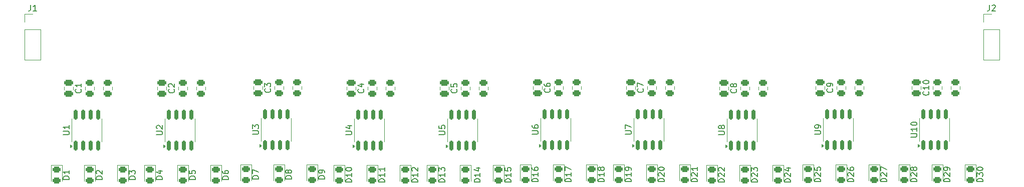
<source format=gto>
G04 #@! TF.GenerationSoftware,KiCad,Pcbnew,8.0.3*
G04 #@! TF.CreationDate,2024-06-20T18:30:59+01:00*
G04 #@! TF.ProjectId,BClock,42436c6f-636b-42e6-9b69-6361645f7063,rev?*
G04 #@! TF.SameCoordinates,Original*
G04 #@! TF.FileFunction,Legend,Top*
G04 #@! TF.FilePolarity,Positive*
%FSLAX46Y46*%
G04 Gerber Fmt 4.6, Leading zero omitted, Abs format (unit mm)*
G04 Created by KiCad (PCBNEW 8.0.3) date 2024-06-20 18:30:59*
%MOMM*%
%LPD*%
G01*
G04 APERTURE LIST*
G04 Aperture macros list*
%AMRoundRect*
0 Rectangle with rounded corners*
0 $1 Rounding radius*
0 $2 $3 $4 $5 $6 $7 $8 $9 X,Y pos of 4 corners*
0 Add a 4 corners polygon primitive as box body*
4,1,4,$2,$3,$4,$5,$6,$7,$8,$9,$2,$3,0*
0 Add four circle primitives for the rounded corners*
1,1,$1+$1,$2,$3*
1,1,$1+$1,$4,$5*
1,1,$1+$1,$6,$7*
1,1,$1+$1,$8,$9*
0 Add four rect primitives between the rounded corners*
20,1,$1+$1,$2,$3,$4,$5,0*
20,1,$1+$1,$4,$5,$6,$7,0*
20,1,$1+$1,$6,$7,$8,$9,0*
20,1,$1+$1,$8,$9,$2,$3,0*%
G04 Aperture macros list end*
%ADD10C,0.150000*%
%ADD11C,0.120000*%
%ADD12O,1.700000X1.700000*%
%ADD13R,1.700000X1.700000*%
%ADD14RoundRect,0.150000X0.150000X-0.675000X0.150000X0.675000X-0.150000X0.675000X-0.150000X-0.675000X0*%
%ADD15RoundRect,0.250000X0.450000X-0.262500X0.450000X0.262500X-0.450000X0.262500X-0.450000X-0.262500X0*%
%ADD16RoundRect,0.250000X-0.450000X0.262500X-0.450000X-0.262500X0.450000X-0.262500X0.450000X0.262500X0*%
%ADD17RoundRect,0.243750X-0.456250X0.243750X-0.456250X-0.243750X0.456250X-0.243750X0.456250X0.243750X0*%
%ADD18RoundRect,0.250000X-0.475000X0.250000X-0.475000X-0.250000X0.475000X-0.250000X0.475000X0.250000X0*%
G04 APERTURE END LIST*
D10*
X71294666Y-74419319D02*
X71294666Y-75133604D01*
X71294666Y-75133604D02*
X71247047Y-75276461D01*
X71247047Y-75276461D02*
X71151809Y-75371700D01*
X71151809Y-75371700D02*
X71008952Y-75419319D01*
X71008952Y-75419319D02*
X70913714Y-75419319D01*
X72294666Y-75419319D02*
X71723238Y-75419319D01*
X72008952Y-75419319D02*
X72008952Y-74419319D01*
X72008952Y-74419319D02*
X71913714Y-74562176D01*
X71913714Y-74562176D02*
X71818476Y-74657414D01*
X71818476Y-74657414D02*
X71723238Y-74705033D01*
X76826819Y-96422904D02*
X77636342Y-96422904D01*
X77636342Y-96422904D02*
X77731580Y-96375285D01*
X77731580Y-96375285D02*
X77779200Y-96327666D01*
X77779200Y-96327666D02*
X77826819Y-96232428D01*
X77826819Y-96232428D02*
X77826819Y-96041952D01*
X77826819Y-96041952D02*
X77779200Y-95946714D01*
X77779200Y-95946714D02*
X77731580Y-95899095D01*
X77731580Y-95899095D02*
X77636342Y-95851476D01*
X77636342Y-95851476D02*
X76826819Y-95851476D01*
X77826819Y-94851476D02*
X77826819Y-95422904D01*
X77826819Y-95137190D02*
X76826819Y-95137190D01*
X76826819Y-95137190D02*
X76969676Y-95232428D01*
X76969676Y-95232428D02*
X77064914Y-95327666D01*
X77064914Y-95327666D02*
X77112533Y-95422904D01*
X88972819Y-104019094D02*
X87972819Y-104019094D01*
X87972819Y-104019094D02*
X87972819Y-103780999D01*
X87972819Y-103780999D02*
X88020438Y-103638142D01*
X88020438Y-103638142D02*
X88115676Y-103542904D01*
X88115676Y-103542904D02*
X88210914Y-103495285D01*
X88210914Y-103495285D02*
X88401390Y-103447666D01*
X88401390Y-103447666D02*
X88544247Y-103447666D01*
X88544247Y-103447666D02*
X88734723Y-103495285D01*
X88734723Y-103495285D02*
X88829961Y-103542904D01*
X88829961Y-103542904D02*
X88925200Y-103638142D01*
X88925200Y-103638142D02*
X88972819Y-103780999D01*
X88972819Y-103780999D02*
X88972819Y-104019094D01*
X87972819Y-103114332D02*
X87972819Y-102495285D01*
X87972819Y-102495285D02*
X88353771Y-102828618D01*
X88353771Y-102828618D02*
X88353771Y-102685761D01*
X88353771Y-102685761D02*
X88401390Y-102590523D01*
X88401390Y-102590523D02*
X88449009Y-102542904D01*
X88449009Y-102542904D02*
X88544247Y-102495285D01*
X88544247Y-102495285D02*
X88782342Y-102495285D01*
X88782342Y-102495285D02*
X88877580Y-102542904D01*
X88877580Y-102542904D02*
X88925200Y-102590523D01*
X88925200Y-102590523D02*
X88972819Y-102685761D01*
X88972819Y-102685761D02*
X88972819Y-102971475D01*
X88972819Y-102971475D02*
X88925200Y-103066713D01*
X88925200Y-103066713D02*
X88877580Y-103114332D01*
X83384819Y-104019094D02*
X82384819Y-104019094D01*
X82384819Y-104019094D02*
X82384819Y-103780999D01*
X82384819Y-103780999D02*
X82432438Y-103638142D01*
X82432438Y-103638142D02*
X82527676Y-103542904D01*
X82527676Y-103542904D02*
X82622914Y-103495285D01*
X82622914Y-103495285D02*
X82813390Y-103447666D01*
X82813390Y-103447666D02*
X82956247Y-103447666D01*
X82956247Y-103447666D02*
X83146723Y-103495285D01*
X83146723Y-103495285D02*
X83241961Y-103542904D01*
X83241961Y-103542904D02*
X83337200Y-103638142D01*
X83337200Y-103638142D02*
X83384819Y-103780999D01*
X83384819Y-103780999D02*
X83384819Y-104019094D01*
X82480057Y-103066713D02*
X82432438Y-103019094D01*
X82432438Y-103019094D02*
X82384819Y-102923856D01*
X82384819Y-102923856D02*
X82384819Y-102685761D01*
X82384819Y-102685761D02*
X82432438Y-102590523D01*
X82432438Y-102590523D02*
X82480057Y-102542904D01*
X82480057Y-102542904D02*
X82575295Y-102495285D01*
X82575295Y-102495285D02*
X82670533Y-102495285D01*
X82670533Y-102495285D02*
X82813390Y-102542904D01*
X82813390Y-102542904D02*
X83384819Y-103114332D01*
X83384819Y-103114332D02*
X83384819Y-102495285D01*
X77796819Y-104019094D02*
X76796819Y-104019094D01*
X76796819Y-104019094D02*
X76796819Y-103780999D01*
X76796819Y-103780999D02*
X76844438Y-103638142D01*
X76844438Y-103638142D02*
X76939676Y-103542904D01*
X76939676Y-103542904D02*
X77034914Y-103495285D01*
X77034914Y-103495285D02*
X77225390Y-103447666D01*
X77225390Y-103447666D02*
X77368247Y-103447666D01*
X77368247Y-103447666D02*
X77558723Y-103495285D01*
X77558723Y-103495285D02*
X77653961Y-103542904D01*
X77653961Y-103542904D02*
X77749200Y-103638142D01*
X77749200Y-103638142D02*
X77796819Y-103780999D01*
X77796819Y-103780999D02*
X77796819Y-104019094D01*
X77796819Y-102495285D02*
X77796819Y-103066713D01*
X77796819Y-102780999D02*
X76796819Y-102780999D01*
X76796819Y-102780999D02*
X76939676Y-102876237D01*
X76939676Y-102876237D02*
X77034914Y-102971475D01*
X77034914Y-102971475D02*
X77082533Y-103066713D01*
X79763580Y-88715666D02*
X79811200Y-88763285D01*
X79811200Y-88763285D02*
X79858819Y-88906142D01*
X79858819Y-88906142D02*
X79858819Y-89001380D01*
X79858819Y-89001380D02*
X79811200Y-89144237D01*
X79811200Y-89144237D02*
X79715961Y-89239475D01*
X79715961Y-89239475D02*
X79620723Y-89287094D01*
X79620723Y-89287094D02*
X79430247Y-89334713D01*
X79430247Y-89334713D02*
X79287390Y-89334713D01*
X79287390Y-89334713D02*
X79096914Y-89287094D01*
X79096914Y-89287094D02*
X79001676Y-89239475D01*
X79001676Y-89239475D02*
X78906438Y-89144237D01*
X78906438Y-89144237D02*
X78858819Y-89001380D01*
X78858819Y-89001380D02*
X78858819Y-88906142D01*
X78858819Y-88906142D02*
X78906438Y-88763285D01*
X78906438Y-88763285D02*
X78954057Y-88715666D01*
X79858819Y-87763285D02*
X79858819Y-88334713D01*
X79858819Y-88048999D02*
X78858819Y-88048999D01*
X78858819Y-88048999D02*
X79001676Y-88144237D01*
X79001676Y-88144237D02*
X79096914Y-88239475D01*
X79096914Y-88239475D02*
X79144533Y-88334713D01*
X92574819Y-96422904D02*
X93384342Y-96422904D01*
X93384342Y-96422904D02*
X93479580Y-96375285D01*
X93479580Y-96375285D02*
X93527200Y-96327666D01*
X93527200Y-96327666D02*
X93574819Y-96232428D01*
X93574819Y-96232428D02*
X93574819Y-96041952D01*
X93574819Y-96041952D02*
X93527200Y-95946714D01*
X93527200Y-95946714D02*
X93479580Y-95899095D01*
X93479580Y-95899095D02*
X93384342Y-95851476D01*
X93384342Y-95851476D02*
X92574819Y-95851476D01*
X92670057Y-95422904D02*
X92622438Y-95375285D01*
X92622438Y-95375285D02*
X92574819Y-95280047D01*
X92574819Y-95280047D02*
X92574819Y-95041952D01*
X92574819Y-95041952D02*
X92622438Y-94946714D01*
X92622438Y-94946714D02*
X92670057Y-94899095D01*
X92670057Y-94899095D02*
X92765295Y-94851476D01*
X92765295Y-94851476D02*
X92860533Y-94851476D01*
X92860533Y-94851476D02*
X93003390Y-94899095D01*
X93003390Y-94899095D02*
X93574819Y-95470523D01*
X93574819Y-95470523D02*
X93574819Y-94851476D01*
X233346666Y-74419319D02*
X233346666Y-75133604D01*
X233346666Y-75133604D02*
X233299047Y-75276461D01*
X233299047Y-75276461D02*
X233203809Y-75371700D01*
X233203809Y-75371700D02*
X233060952Y-75419319D01*
X233060952Y-75419319D02*
X232965714Y-75419319D01*
X233775238Y-74514557D02*
X233822857Y-74466938D01*
X233822857Y-74466938D02*
X233918095Y-74419319D01*
X233918095Y-74419319D02*
X234156190Y-74419319D01*
X234156190Y-74419319D02*
X234251428Y-74466938D01*
X234251428Y-74466938D02*
X234299047Y-74514557D01*
X234299047Y-74514557D02*
X234346666Y-74609795D01*
X234346666Y-74609795D02*
X234346666Y-74705033D01*
X234346666Y-74705033D02*
X234299047Y-74847890D01*
X234299047Y-74847890D02*
X233727619Y-75419319D01*
X233727619Y-75419319D02*
X234346666Y-75419319D01*
X95511580Y-88715666D02*
X95559200Y-88763285D01*
X95559200Y-88763285D02*
X95606819Y-88906142D01*
X95606819Y-88906142D02*
X95606819Y-89001380D01*
X95606819Y-89001380D02*
X95559200Y-89144237D01*
X95559200Y-89144237D02*
X95463961Y-89239475D01*
X95463961Y-89239475D02*
X95368723Y-89287094D01*
X95368723Y-89287094D02*
X95178247Y-89334713D01*
X95178247Y-89334713D02*
X95035390Y-89334713D01*
X95035390Y-89334713D02*
X94844914Y-89287094D01*
X94844914Y-89287094D02*
X94749676Y-89239475D01*
X94749676Y-89239475D02*
X94654438Y-89144237D01*
X94654438Y-89144237D02*
X94606819Y-89001380D01*
X94606819Y-89001380D02*
X94606819Y-88906142D01*
X94606819Y-88906142D02*
X94654438Y-88763285D01*
X94654438Y-88763285D02*
X94702057Y-88715666D01*
X94702057Y-88334713D02*
X94654438Y-88287094D01*
X94654438Y-88287094D02*
X94606819Y-88191856D01*
X94606819Y-88191856D02*
X94606819Y-87953761D01*
X94606819Y-87953761D02*
X94654438Y-87858523D01*
X94654438Y-87858523D02*
X94702057Y-87810904D01*
X94702057Y-87810904D02*
X94797295Y-87763285D01*
X94797295Y-87763285D02*
X94892533Y-87763285D01*
X94892533Y-87763285D02*
X95035390Y-87810904D01*
X95035390Y-87810904D02*
X95606819Y-88382332D01*
X95606819Y-88382332D02*
X95606819Y-87763285D01*
X136724819Y-104495285D02*
X135724819Y-104495285D01*
X135724819Y-104495285D02*
X135724819Y-104257190D01*
X135724819Y-104257190D02*
X135772438Y-104114333D01*
X135772438Y-104114333D02*
X135867676Y-104019095D01*
X135867676Y-104019095D02*
X135962914Y-103971476D01*
X135962914Y-103971476D02*
X136153390Y-103923857D01*
X136153390Y-103923857D02*
X136296247Y-103923857D01*
X136296247Y-103923857D02*
X136486723Y-103971476D01*
X136486723Y-103971476D02*
X136581961Y-104019095D01*
X136581961Y-104019095D02*
X136677200Y-104114333D01*
X136677200Y-104114333D02*
X136724819Y-104257190D01*
X136724819Y-104257190D02*
X136724819Y-104495285D01*
X136724819Y-102971476D02*
X136724819Y-103542904D01*
X136724819Y-103257190D02*
X135724819Y-103257190D01*
X135724819Y-103257190D02*
X135867676Y-103352428D01*
X135867676Y-103352428D02*
X135962914Y-103447666D01*
X135962914Y-103447666D02*
X136010533Y-103542904D01*
X135820057Y-102590523D02*
X135772438Y-102542904D01*
X135772438Y-102542904D02*
X135724819Y-102447666D01*
X135724819Y-102447666D02*
X135724819Y-102209571D01*
X135724819Y-102209571D02*
X135772438Y-102114333D01*
X135772438Y-102114333D02*
X135820057Y-102066714D01*
X135820057Y-102066714D02*
X135915295Y-102019095D01*
X135915295Y-102019095D02*
X136010533Y-102019095D01*
X136010533Y-102019095D02*
X136153390Y-102066714D01*
X136153390Y-102066714D02*
X136724819Y-102638142D01*
X136724819Y-102638142D02*
X136724819Y-102019095D01*
X124578819Y-96422904D02*
X125388342Y-96422904D01*
X125388342Y-96422904D02*
X125483580Y-96375285D01*
X125483580Y-96375285D02*
X125531200Y-96327666D01*
X125531200Y-96327666D02*
X125578819Y-96232428D01*
X125578819Y-96232428D02*
X125578819Y-96041952D01*
X125578819Y-96041952D02*
X125531200Y-95946714D01*
X125531200Y-95946714D02*
X125483580Y-95899095D01*
X125483580Y-95899095D02*
X125388342Y-95851476D01*
X125388342Y-95851476D02*
X124578819Y-95851476D01*
X124912152Y-94946714D02*
X125578819Y-94946714D01*
X124531200Y-95184809D02*
X125245485Y-95422904D01*
X125245485Y-95422904D02*
X125245485Y-94803857D01*
X203826819Y-96344404D02*
X204636342Y-96344404D01*
X204636342Y-96344404D02*
X204731580Y-96296785D01*
X204731580Y-96296785D02*
X204779200Y-96249166D01*
X204779200Y-96249166D02*
X204826819Y-96153928D01*
X204826819Y-96153928D02*
X204826819Y-95963452D01*
X204826819Y-95963452D02*
X204779200Y-95868214D01*
X204779200Y-95868214D02*
X204731580Y-95820595D01*
X204731580Y-95820595D02*
X204636342Y-95772976D01*
X204636342Y-95772976D02*
X203826819Y-95772976D01*
X204826819Y-95249166D02*
X204826819Y-95058690D01*
X204826819Y-95058690D02*
X204779200Y-94963452D01*
X204779200Y-94963452D02*
X204731580Y-94915833D01*
X204731580Y-94915833D02*
X204588723Y-94820595D01*
X204588723Y-94820595D02*
X204398247Y-94772976D01*
X204398247Y-94772976D02*
X204017295Y-94772976D01*
X204017295Y-94772976D02*
X203922057Y-94820595D01*
X203922057Y-94820595D02*
X203874438Y-94868214D01*
X203874438Y-94868214D02*
X203826819Y-94963452D01*
X203826819Y-94963452D02*
X203826819Y-95153928D01*
X203826819Y-95153928D02*
X203874438Y-95249166D01*
X203874438Y-95249166D02*
X203922057Y-95296785D01*
X203922057Y-95296785D02*
X204017295Y-95344404D01*
X204017295Y-95344404D02*
X204255390Y-95344404D01*
X204255390Y-95344404D02*
X204350628Y-95296785D01*
X204350628Y-95296785D02*
X204398247Y-95249166D01*
X204398247Y-95249166D02*
X204445866Y-95153928D01*
X204445866Y-95153928D02*
X204445866Y-94963452D01*
X204445866Y-94963452D02*
X204398247Y-94868214D01*
X204398247Y-94868214D02*
X204350628Y-94820595D01*
X204350628Y-94820595D02*
X204255390Y-94772976D01*
X162632819Y-104416785D02*
X161632819Y-104416785D01*
X161632819Y-104416785D02*
X161632819Y-104178690D01*
X161632819Y-104178690D02*
X161680438Y-104035833D01*
X161680438Y-104035833D02*
X161775676Y-103940595D01*
X161775676Y-103940595D02*
X161870914Y-103892976D01*
X161870914Y-103892976D02*
X162061390Y-103845357D01*
X162061390Y-103845357D02*
X162204247Y-103845357D01*
X162204247Y-103845357D02*
X162394723Y-103892976D01*
X162394723Y-103892976D02*
X162489961Y-103940595D01*
X162489961Y-103940595D02*
X162585200Y-104035833D01*
X162585200Y-104035833D02*
X162632819Y-104178690D01*
X162632819Y-104178690D02*
X162632819Y-104416785D01*
X162632819Y-102892976D02*
X162632819Y-103464404D01*
X162632819Y-103178690D02*
X161632819Y-103178690D01*
X161632819Y-103178690D02*
X161775676Y-103273928D01*
X161775676Y-103273928D02*
X161870914Y-103369166D01*
X161870914Y-103369166D02*
X161918533Y-103464404D01*
X161632819Y-102559642D02*
X161632819Y-101892976D01*
X161632819Y-101892976D02*
X162632819Y-102321547D01*
X99132819Y-104019094D02*
X98132819Y-104019094D01*
X98132819Y-104019094D02*
X98132819Y-103780999D01*
X98132819Y-103780999D02*
X98180438Y-103638142D01*
X98180438Y-103638142D02*
X98275676Y-103542904D01*
X98275676Y-103542904D02*
X98370914Y-103495285D01*
X98370914Y-103495285D02*
X98561390Y-103447666D01*
X98561390Y-103447666D02*
X98704247Y-103447666D01*
X98704247Y-103447666D02*
X98894723Y-103495285D01*
X98894723Y-103495285D02*
X98989961Y-103542904D01*
X98989961Y-103542904D02*
X99085200Y-103638142D01*
X99085200Y-103638142D02*
X99132819Y-103780999D01*
X99132819Y-103780999D02*
X99132819Y-104019094D01*
X98132819Y-102542904D02*
X98132819Y-103019094D01*
X98132819Y-103019094D02*
X98609009Y-103066713D01*
X98609009Y-103066713D02*
X98561390Y-103019094D01*
X98561390Y-103019094D02*
X98513771Y-102923856D01*
X98513771Y-102923856D02*
X98513771Y-102685761D01*
X98513771Y-102685761D02*
X98561390Y-102590523D01*
X98561390Y-102590523D02*
X98609009Y-102542904D01*
X98609009Y-102542904D02*
X98704247Y-102495285D01*
X98704247Y-102495285D02*
X98942342Y-102495285D01*
X98942342Y-102495285D02*
X99037580Y-102542904D01*
X99037580Y-102542904D02*
X99085200Y-102590523D01*
X99085200Y-102590523D02*
X99132819Y-102685761D01*
X99132819Y-102685761D02*
X99132819Y-102923856D01*
X99132819Y-102923856D02*
X99085200Y-103019094D01*
X99085200Y-103019094D02*
X99037580Y-103066713D01*
X141296819Y-104495285D02*
X140296819Y-104495285D01*
X140296819Y-104495285D02*
X140296819Y-104257190D01*
X140296819Y-104257190D02*
X140344438Y-104114333D01*
X140344438Y-104114333D02*
X140439676Y-104019095D01*
X140439676Y-104019095D02*
X140534914Y-103971476D01*
X140534914Y-103971476D02*
X140725390Y-103923857D01*
X140725390Y-103923857D02*
X140868247Y-103923857D01*
X140868247Y-103923857D02*
X141058723Y-103971476D01*
X141058723Y-103971476D02*
X141153961Y-104019095D01*
X141153961Y-104019095D02*
X141249200Y-104114333D01*
X141249200Y-104114333D02*
X141296819Y-104257190D01*
X141296819Y-104257190D02*
X141296819Y-104495285D01*
X141296819Y-102971476D02*
X141296819Y-103542904D01*
X141296819Y-103257190D02*
X140296819Y-103257190D01*
X140296819Y-103257190D02*
X140439676Y-103352428D01*
X140439676Y-103352428D02*
X140534914Y-103447666D01*
X140534914Y-103447666D02*
X140582533Y-103542904D01*
X140296819Y-102638142D02*
X140296819Y-102019095D01*
X140296819Y-102019095D02*
X140677771Y-102352428D01*
X140677771Y-102352428D02*
X140677771Y-102209571D01*
X140677771Y-102209571D02*
X140725390Y-102114333D01*
X140725390Y-102114333D02*
X140773009Y-102066714D01*
X140773009Y-102066714D02*
X140868247Y-102019095D01*
X140868247Y-102019095D02*
X141106342Y-102019095D01*
X141106342Y-102019095D02*
X141201580Y-102066714D01*
X141201580Y-102066714D02*
X141249200Y-102114333D01*
X141249200Y-102114333D02*
X141296819Y-102209571D01*
X141296819Y-102209571D02*
X141296819Y-102495285D01*
X141296819Y-102495285D02*
X141249200Y-102590523D01*
X141249200Y-102590523D02*
X141201580Y-102638142D01*
X143263580Y-88715666D02*
X143311200Y-88763285D01*
X143311200Y-88763285D02*
X143358819Y-88906142D01*
X143358819Y-88906142D02*
X143358819Y-89001380D01*
X143358819Y-89001380D02*
X143311200Y-89144237D01*
X143311200Y-89144237D02*
X143215961Y-89239475D01*
X143215961Y-89239475D02*
X143120723Y-89287094D01*
X143120723Y-89287094D02*
X142930247Y-89334713D01*
X142930247Y-89334713D02*
X142787390Y-89334713D01*
X142787390Y-89334713D02*
X142596914Y-89287094D01*
X142596914Y-89287094D02*
X142501676Y-89239475D01*
X142501676Y-89239475D02*
X142406438Y-89144237D01*
X142406438Y-89144237D02*
X142358819Y-89001380D01*
X142358819Y-89001380D02*
X142358819Y-88906142D01*
X142358819Y-88906142D02*
X142406438Y-88763285D01*
X142406438Y-88763285D02*
X142454057Y-88715666D01*
X142358819Y-87810904D02*
X142358819Y-88287094D01*
X142358819Y-88287094D02*
X142835009Y-88334713D01*
X142835009Y-88334713D02*
X142787390Y-88287094D01*
X142787390Y-88287094D02*
X142739771Y-88191856D01*
X142739771Y-88191856D02*
X142739771Y-87953761D01*
X142739771Y-87953761D02*
X142787390Y-87858523D01*
X142787390Y-87858523D02*
X142835009Y-87810904D01*
X142835009Y-87810904D02*
X142930247Y-87763285D01*
X142930247Y-87763285D02*
X143168342Y-87763285D01*
X143168342Y-87763285D02*
X143263580Y-87810904D01*
X143263580Y-87810904D02*
X143311200Y-87858523D01*
X143311200Y-87858523D02*
X143358819Y-87953761D01*
X143358819Y-87953761D02*
X143358819Y-88191856D01*
X143358819Y-88191856D02*
X143311200Y-88287094D01*
X143311200Y-88287094D02*
X143263580Y-88334713D01*
X168220819Y-104416785D02*
X167220819Y-104416785D01*
X167220819Y-104416785D02*
X167220819Y-104178690D01*
X167220819Y-104178690D02*
X167268438Y-104035833D01*
X167268438Y-104035833D02*
X167363676Y-103940595D01*
X167363676Y-103940595D02*
X167458914Y-103892976D01*
X167458914Y-103892976D02*
X167649390Y-103845357D01*
X167649390Y-103845357D02*
X167792247Y-103845357D01*
X167792247Y-103845357D02*
X167982723Y-103892976D01*
X167982723Y-103892976D02*
X168077961Y-103940595D01*
X168077961Y-103940595D02*
X168173200Y-104035833D01*
X168173200Y-104035833D02*
X168220819Y-104178690D01*
X168220819Y-104178690D02*
X168220819Y-104416785D01*
X168220819Y-102892976D02*
X168220819Y-103464404D01*
X168220819Y-103178690D02*
X167220819Y-103178690D01*
X167220819Y-103178690D02*
X167363676Y-103273928D01*
X167363676Y-103273928D02*
X167458914Y-103369166D01*
X167458914Y-103369166D02*
X167506533Y-103464404D01*
X167649390Y-102321547D02*
X167601771Y-102416785D01*
X167601771Y-102416785D02*
X167554152Y-102464404D01*
X167554152Y-102464404D02*
X167458914Y-102512023D01*
X167458914Y-102512023D02*
X167411295Y-102512023D01*
X167411295Y-102512023D02*
X167316057Y-102464404D01*
X167316057Y-102464404D02*
X167268438Y-102416785D01*
X167268438Y-102416785D02*
X167220819Y-102321547D01*
X167220819Y-102321547D02*
X167220819Y-102131071D01*
X167220819Y-102131071D02*
X167268438Y-102035833D01*
X167268438Y-102035833D02*
X167316057Y-101988214D01*
X167316057Y-101988214D02*
X167411295Y-101940595D01*
X167411295Y-101940595D02*
X167458914Y-101940595D01*
X167458914Y-101940595D02*
X167554152Y-101988214D01*
X167554152Y-101988214D02*
X167601771Y-102035833D01*
X167601771Y-102035833D02*
X167649390Y-102131071D01*
X167649390Y-102131071D02*
X167649390Y-102321547D01*
X167649390Y-102321547D02*
X167697009Y-102416785D01*
X167697009Y-102416785D02*
X167744628Y-102464404D01*
X167744628Y-102464404D02*
X167839866Y-102512023D01*
X167839866Y-102512023D02*
X168030342Y-102512023D01*
X168030342Y-102512023D02*
X168125580Y-102464404D01*
X168125580Y-102464404D02*
X168173200Y-102416785D01*
X168173200Y-102416785D02*
X168220819Y-102321547D01*
X168220819Y-102321547D02*
X168220819Y-102131071D01*
X168220819Y-102131071D02*
X168173200Y-102035833D01*
X168173200Y-102035833D02*
X168125580Y-101988214D01*
X168125580Y-101988214D02*
X168030342Y-101940595D01*
X168030342Y-101940595D02*
X167839866Y-101940595D01*
X167839866Y-101940595D02*
X167744628Y-101988214D01*
X167744628Y-101988214D02*
X167697009Y-102035833D01*
X167697009Y-102035833D02*
X167649390Y-102131071D01*
X157044819Y-104416785D02*
X156044819Y-104416785D01*
X156044819Y-104416785D02*
X156044819Y-104178690D01*
X156044819Y-104178690D02*
X156092438Y-104035833D01*
X156092438Y-104035833D02*
X156187676Y-103940595D01*
X156187676Y-103940595D02*
X156282914Y-103892976D01*
X156282914Y-103892976D02*
X156473390Y-103845357D01*
X156473390Y-103845357D02*
X156616247Y-103845357D01*
X156616247Y-103845357D02*
X156806723Y-103892976D01*
X156806723Y-103892976D02*
X156901961Y-103940595D01*
X156901961Y-103940595D02*
X156997200Y-104035833D01*
X156997200Y-104035833D02*
X157044819Y-104178690D01*
X157044819Y-104178690D02*
X157044819Y-104416785D01*
X157044819Y-102892976D02*
X157044819Y-103464404D01*
X157044819Y-103178690D02*
X156044819Y-103178690D01*
X156044819Y-103178690D02*
X156187676Y-103273928D01*
X156187676Y-103273928D02*
X156282914Y-103369166D01*
X156282914Y-103369166D02*
X156330533Y-103464404D01*
X156044819Y-102035833D02*
X156044819Y-102226309D01*
X156044819Y-102226309D02*
X156092438Y-102321547D01*
X156092438Y-102321547D02*
X156140057Y-102369166D01*
X156140057Y-102369166D02*
X156282914Y-102464404D01*
X156282914Y-102464404D02*
X156473390Y-102512023D01*
X156473390Y-102512023D02*
X156854342Y-102512023D01*
X156854342Y-102512023D02*
X156949580Y-102464404D01*
X156949580Y-102464404D02*
X156997200Y-102416785D01*
X156997200Y-102416785D02*
X157044819Y-102321547D01*
X157044819Y-102321547D02*
X157044819Y-102131071D01*
X157044819Y-102131071D02*
X156997200Y-102035833D01*
X156997200Y-102035833D02*
X156949580Y-101988214D01*
X156949580Y-101988214D02*
X156854342Y-101940595D01*
X156854342Y-101940595D02*
X156616247Y-101940595D01*
X156616247Y-101940595D02*
X156521009Y-101988214D01*
X156521009Y-101988214D02*
X156473390Y-102035833D01*
X156473390Y-102035833D02*
X156425771Y-102131071D01*
X156425771Y-102131071D02*
X156425771Y-102321547D01*
X156425771Y-102321547D02*
X156473390Y-102416785D01*
X156473390Y-102416785D02*
X156521009Y-102464404D01*
X156521009Y-102464404D02*
X156616247Y-102512023D01*
X199716819Y-104495285D02*
X198716819Y-104495285D01*
X198716819Y-104495285D02*
X198716819Y-104257190D01*
X198716819Y-104257190D02*
X198764438Y-104114333D01*
X198764438Y-104114333D02*
X198859676Y-104019095D01*
X198859676Y-104019095D02*
X198954914Y-103971476D01*
X198954914Y-103971476D02*
X199145390Y-103923857D01*
X199145390Y-103923857D02*
X199288247Y-103923857D01*
X199288247Y-103923857D02*
X199478723Y-103971476D01*
X199478723Y-103971476D02*
X199573961Y-104019095D01*
X199573961Y-104019095D02*
X199669200Y-104114333D01*
X199669200Y-104114333D02*
X199716819Y-104257190D01*
X199716819Y-104257190D02*
X199716819Y-104495285D01*
X198812057Y-103542904D02*
X198764438Y-103495285D01*
X198764438Y-103495285D02*
X198716819Y-103400047D01*
X198716819Y-103400047D02*
X198716819Y-103161952D01*
X198716819Y-103161952D02*
X198764438Y-103066714D01*
X198764438Y-103066714D02*
X198812057Y-103019095D01*
X198812057Y-103019095D02*
X198907295Y-102971476D01*
X198907295Y-102971476D02*
X199002533Y-102971476D01*
X199002533Y-102971476D02*
X199145390Y-103019095D01*
X199145390Y-103019095D02*
X199716819Y-103590523D01*
X199716819Y-103590523D02*
X199716819Y-102971476D01*
X199050152Y-102114333D02*
X199716819Y-102114333D01*
X198669200Y-102352428D02*
X199383485Y-102590523D01*
X199383485Y-102590523D02*
X199383485Y-101971476D01*
X190507580Y-88715666D02*
X190555200Y-88763285D01*
X190555200Y-88763285D02*
X190602819Y-88906142D01*
X190602819Y-88906142D02*
X190602819Y-89001380D01*
X190602819Y-89001380D02*
X190555200Y-89144237D01*
X190555200Y-89144237D02*
X190459961Y-89239475D01*
X190459961Y-89239475D02*
X190364723Y-89287094D01*
X190364723Y-89287094D02*
X190174247Y-89334713D01*
X190174247Y-89334713D02*
X190031390Y-89334713D01*
X190031390Y-89334713D02*
X189840914Y-89287094D01*
X189840914Y-89287094D02*
X189745676Y-89239475D01*
X189745676Y-89239475D02*
X189650438Y-89144237D01*
X189650438Y-89144237D02*
X189602819Y-89001380D01*
X189602819Y-89001380D02*
X189602819Y-88906142D01*
X189602819Y-88906142D02*
X189650438Y-88763285D01*
X189650438Y-88763285D02*
X189698057Y-88715666D01*
X190031390Y-88144237D02*
X189983771Y-88239475D01*
X189983771Y-88239475D02*
X189936152Y-88287094D01*
X189936152Y-88287094D02*
X189840914Y-88334713D01*
X189840914Y-88334713D02*
X189793295Y-88334713D01*
X189793295Y-88334713D02*
X189698057Y-88287094D01*
X189698057Y-88287094D02*
X189650438Y-88239475D01*
X189650438Y-88239475D02*
X189602819Y-88144237D01*
X189602819Y-88144237D02*
X189602819Y-87953761D01*
X189602819Y-87953761D02*
X189650438Y-87858523D01*
X189650438Y-87858523D02*
X189698057Y-87810904D01*
X189698057Y-87810904D02*
X189793295Y-87763285D01*
X189793295Y-87763285D02*
X189840914Y-87763285D01*
X189840914Y-87763285D02*
X189936152Y-87810904D01*
X189936152Y-87810904D02*
X189983771Y-87858523D01*
X189983771Y-87858523D02*
X190031390Y-87953761D01*
X190031390Y-87953761D02*
X190031390Y-88144237D01*
X190031390Y-88144237D02*
X190079009Y-88239475D01*
X190079009Y-88239475D02*
X190126628Y-88287094D01*
X190126628Y-88287094D02*
X190221866Y-88334713D01*
X190221866Y-88334713D02*
X190412342Y-88334713D01*
X190412342Y-88334713D02*
X190507580Y-88287094D01*
X190507580Y-88287094D02*
X190555200Y-88239475D01*
X190555200Y-88239475D02*
X190602819Y-88144237D01*
X190602819Y-88144237D02*
X190602819Y-87953761D01*
X190602819Y-87953761D02*
X190555200Y-87858523D01*
X190555200Y-87858523D02*
X190507580Y-87810904D01*
X190507580Y-87810904D02*
X190412342Y-87763285D01*
X190412342Y-87763285D02*
X190221866Y-87763285D01*
X190221866Y-87763285D02*
X190126628Y-87810904D01*
X190126628Y-87810904D02*
X190079009Y-87858523D01*
X190079009Y-87858523D02*
X190031390Y-87953761D01*
X115388819Y-103940594D02*
X114388819Y-103940594D01*
X114388819Y-103940594D02*
X114388819Y-103702499D01*
X114388819Y-103702499D02*
X114436438Y-103559642D01*
X114436438Y-103559642D02*
X114531676Y-103464404D01*
X114531676Y-103464404D02*
X114626914Y-103416785D01*
X114626914Y-103416785D02*
X114817390Y-103369166D01*
X114817390Y-103369166D02*
X114960247Y-103369166D01*
X114960247Y-103369166D02*
X115150723Y-103416785D01*
X115150723Y-103416785D02*
X115245961Y-103464404D01*
X115245961Y-103464404D02*
X115341200Y-103559642D01*
X115341200Y-103559642D02*
X115388819Y-103702499D01*
X115388819Y-103702499D02*
X115388819Y-103940594D01*
X114817390Y-102797737D02*
X114769771Y-102892975D01*
X114769771Y-102892975D02*
X114722152Y-102940594D01*
X114722152Y-102940594D02*
X114626914Y-102988213D01*
X114626914Y-102988213D02*
X114579295Y-102988213D01*
X114579295Y-102988213D02*
X114484057Y-102940594D01*
X114484057Y-102940594D02*
X114436438Y-102892975D01*
X114436438Y-102892975D02*
X114388819Y-102797737D01*
X114388819Y-102797737D02*
X114388819Y-102607261D01*
X114388819Y-102607261D02*
X114436438Y-102512023D01*
X114436438Y-102512023D02*
X114484057Y-102464404D01*
X114484057Y-102464404D02*
X114579295Y-102416785D01*
X114579295Y-102416785D02*
X114626914Y-102416785D01*
X114626914Y-102416785D02*
X114722152Y-102464404D01*
X114722152Y-102464404D02*
X114769771Y-102512023D01*
X114769771Y-102512023D02*
X114817390Y-102607261D01*
X114817390Y-102607261D02*
X114817390Y-102797737D01*
X114817390Y-102797737D02*
X114865009Y-102892975D01*
X114865009Y-102892975D02*
X114912628Y-102940594D01*
X114912628Y-102940594D02*
X115007866Y-102988213D01*
X115007866Y-102988213D02*
X115198342Y-102988213D01*
X115198342Y-102988213D02*
X115293580Y-102940594D01*
X115293580Y-102940594D02*
X115341200Y-102892975D01*
X115341200Y-102892975D02*
X115388819Y-102797737D01*
X115388819Y-102797737D02*
X115388819Y-102607261D01*
X115388819Y-102607261D02*
X115341200Y-102512023D01*
X115341200Y-102512023D02*
X115293580Y-102464404D01*
X115293580Y-102464404D02*
X115198342Y-102416785D01*
X115198342Y-102416785D02*
X115007866Y-102416785D01*
X115007866Y-102416785D02*
X114912628Y-102464404D01*
X114912628Y-102464404D02*
X114865009Y-102512023D01*
X114865009Y-102512023D02*
X114817390Y-102607261D01*
X147266819Y-104495285D02*
X146266819Y-104495285D01*
X146266819Y-104495285D02*
X146266819Y-104257190D01*
X146266819Y-104257190D02*
X146314438Y-104114333D01*
X146314438Y-104114333D02*
X146409676Y-104019095D01*
X146409676Y-104019095D02*
X146504914Y-103971476D01*
X146504914Y-103971476D02*
X146695390Y-103923857D01*
X146695390Y-103923857D02*
X146838247Y-103923857D01*
X146838247Y-103923857D02*
X147028723Y-103971476D01*
X147028723Y-103971476D02*
X147123961Y-104019095D01*
X147123961Y-104019095D02*
X147219200Y-104114333D01*
X147219200Y-104114333D02*
X147266819Y-104257190D01*
X147266819Y-104257190D02*
X147266819Y-104495285D01*
X147266819Y-102971476D02*
X147266819Y-103542904D01*
X147266819Y-103257190D02*
X146266819Y-103257190D01*
X146266819Y-103257190D02*
X146409676Y-103352428D01*
X146409676Y-103352428D02*
X146504914Y-103447666D01*
X146504914Y-103447666D02*
X146552533Y-103542904D01*
X146600152Y-102114333D02*
X147266819Y-102114333D01*
X146219200Y-102352428D02*
X146933485Y-102590523D01*
X146933485Y-102590523D02*
X146933485Y-101971476D01*
X152472819Y-104495285D02*
X151472819Y-104495285D01*
X151472819Y-104495285D02*
X151472819Y-104257190D01*
X151472819Y-104257190D02*
X151520438Y-104114333D01*
X151520438Y-104114333D02*
X151615676Y-104019095D01*
X151615676Y-104019095D02*
X151710914Y-103971476D01*
X151710914Y-103971476D02*
X151901390Y-103923857D01*
X151901390Y-103923857D02*
X152044247Y-103923857D01*
X152044247Y-103923857D02*
X152234723Y-103971476D01*
X152234723Y-103971476D02*
X152329961Y-104019095D01*
X152329961Y-104019095D02*
X152425200Y-104114333D01*
X152425200Y-104114333D02*
X152472819Y-104257190D01*
X152472819Y-104257190D02*
X152472819Y-104495285D01*
X152472819Y-102971476D02*
X152472819Y-103542904D01*
X152472819Y-103257190D02*
X151472819Y-103257190D01*
X151472819Y-103257190D02*
X151615676Y-103352428D01*
X151615676Y-103352428D02*
X151710914Y-103447666D01*
X151710914Y-103447666D02*
X151758533Y-103542904D01*
X151472819Y-102066714D02*
X151472819Y-102542904D01*
X151472819Y-102542904D02*
X151949009Y-102590523D01*
X151949009Y-102590523D02*
X151901390Y-102542904D01*
X151901390Y-102542904D02*
X151853771Y-102447666D01*
X151853771Y-102447666D02*
X151853771Y-102209571D01*
X151853771Y-102209571D02*
X151901390Y-102114333D01*
X151901390Y-102114333D02*
X151949009Y-102066714D01*
X151949009Y-102066714D02*
X152044247Y-102019095D01*
X152044247Y-102019095D02*
X152282342Y-102019095D01*
X152282342Y-102019095D02*
X152377580Y-102066714D01*
X152377580Y-102066714D02*
X152425200Y-102114333D01*
X152425200Y-102114333D02*
X152472819Y-102209571D01*
X152472819Y-102209571D02*
X152472819Y-102447666D01*
X152472819Y-102447666D02*
X152425200Y-102542904D01*
X152425200Y-102542904D02*
X152377580Y-102590523D01*
X159011580Y-88637166D02*
X159059200Y-88684785D01*
X159059200Y-88684785D02*
X159106819Y-88827642D01*
X159106819Y-88827642D02*
X159106819Y-88922880D01*
X159106819Y-88922880D02*
X159059200Y-89065737D01*
X159059200Y-89065737D02*
X158963961Y-89160975D01*
X158963961Y-89160975D02*
X158868723Y-89208594D01*
X158868723Y-89208594D02*
X158678247Y-89256213D01*
X158678247Y-89256213D02*
X158535390Y-89256213D01*
X158535390Y-89256213D02*
X158344914Y-89208594D01*
X158344914Y-89208594D02*
X158249676Y-89160975D01*
X158249676Y-89160975D02*
X158154438Y-89065737D01*
X158154438Y-89065737D02*
X158106819Y-88922880D01*
X158106819Y-88922880D02*
X158106819Y-88827642D01*
X158106819Y-88827642D02*
X158154438Y-88684785D01*
X158154438Y-88684785D02*
X158202057Y-88637166D01*
X158106819Y-87780023D02*
X158106819Y-87970499D01*
X158106819Y-87970499D02*
X158154438Y-88065737D01*
X158154438Y-88065737D02*
X158202057Y-88113356D01*
X158202057Y-88113356D02*
X158344914Y-88208594D01*
X158344914Y-88208594D02*
X158535390Y-88256213D01*
X158535390Y-88256213D02*
X158916342Y-88256213D01*
X158916342Y-88256213D02*
X159011580Y-88208594D01*
X159011580Y-88208594D02*
X159059200Y-88160975D01*
X159059200Y-88160975D02*
X159106819Y-88065737D01*
X159106819Y-88065737D02*
X159106819Y-87875261D01*
X159106819Y-87875261D02*
X159059200Y-87780023D01*
X159059200Y-87780023D02*
X159011580Y-87732404D01*
X159011580Y-87732404D02*
X158916342Y-87684785D01*
X158916342Y-87684785D02*
X158678247Y-87684785D01*
X158678247Y-87684785D02*
X158583009Y-87732404D01*
X158583009Y-87732404D02*
X158535390Y-87780023D01*
X158535390Y-87780023D02*
X158487771Y-87875261D01*
X158487771Y-87875261D02*
X158487771Y-88065737D01*
X158487771Y-88065737D02*
X158535390Y-88160975D01*
X158535390Y-88160975D02*
X158583009Y-88208594D01*
X158583009Y-88208594D02*
X158678247Y-88256213D01*
X188540819Y-104495285D02*
X187540819Y-104495285D01*
X187540819Y-104495285D02*
X187540819Y-104257190D01*
X187540819Y-104257190D02*
X187588438Y-104114333D01*
X187588438Y-104114333D02*
X187683676Y-104019095D01*
X187683676Y-104019095D02*
X187778914Y-103971476D01*
X187778914Y-103971476D02*
X187969390Y-103923857D01*
X187969390Y-103923857D02*
X188112247Y-103923857D01*
X188112247Y-103923857D02*
X188302723Y-103971476D01*
X188302723Y-103971476D02*
X188397961Y-104019095D01*
X188397961Y-104019095D02*
X188493200Y-104114333D01*
X188493200Y-104114333D02*
X188540819Y-104257190D01*
X188540819Y-104257190D02*
X188540819Y-104495285D01*
X187636057Y-103542904D02*
X187588438Y-103495285D01*
X187588438Y-103495285D02*
X187540819Y-103400047D01*
X187540819Y-103400047D02*
X187540819Y-103161952D01*
X187540819Y-103161952D02*
X187588438Y-103066714D01*
X187588438Y-103066714D02*
X187636057Y-103019095D01*
X187636057Y-103019095D02*
X187731295Y-102971476D01*
X187731295Y-102971476D02*
X187826533Y-102971476D01*
X187826533Y-102971476D02*
X187969390Y-103019095D01*
X187969390Y-103019095D02*
X188540819Y-103590523D01*
X188540819Y-103590523D02*
X188540819Y-102971476D01*
X187636057Y-102590523D02*
X187588438Y-102542904D01*
X187588438Y-102542904D02*
X187540819Y-102447666D01*
X187540819Y-102447666D02*
X187540819Y-102209571D01*
X187540819Y-102209571D02*
X187588438Y-102114333D01*
X187588438Y-102114333D02*
X187636057Y-102066714D01*
X187636057Y-102066714D02*
X187731295Y-102019095D01*
X187731295Y-102019095D02*
X187826533Y-102019095D01*
X187826533Y-102019095D02*
X187969390Y-102066714D01*
X187969390Y-102066714D02*
X188540819Y-102638142D01*
X188540819Y-102638142D02*
X188540819Y-102019095D01*
X178380819Y-104416785D02*
X177380819Y-104416785D01*
X177380819Y-104416785D02*
X177380819Y-104178690D01*
X177380819Y-104178690D02*
X177428438Y-104035833D01*
X177428438Y-104035833D02*
X177523676Y-103940595D01*
X177523676Y-103940595D02*
X177618914Y-103892976D01*
X177618914Y-103892976D02*
X177809390Y-103845357D01*
X177809390Y-103845357D02*
X177952247Y-103845357D01*
X177952247Y-103845357D02*
X178142723Y-103892976D01*
X178142723Y-103892976D02*
X178237961Y-103940595D01*
X178237961Y-103940595D02*
X178333200Y-104035833D01*
X178333200Y-104035833D02*
X178380819Y-104178690D01*
X178380819Y-104178690D02*
X178380819Y-104416785D01*
X177476057Y-103464404D02*
X177428438Y-103416785D01*
X177428438Y-103416785D02*
X177380819Y-103321547D01*
X177380819Y-103321547D02*
X177380819Y-103083452D01*
X177380819Y-103083452D02*
X177428438Y-102988214D01*
X177428438Y-102988214D02*
X177476057Y-102940595D01*
X177476057Y-102940595D02*
X177571295Y-102892976D01*
X177571295Y-102892976D02*
X177666533Y-102892976D01*
X177666533Y-102892976D02*
X177809390Y-102940595D01*
X177809390Y-102940595D02*
X178380819Y-103512023D01*
X178380819Y-103512023D02*
X178380819Y-102892976D01*
X177380819Y-102273928D02*
X177380819Y-102178690D01*
X177380819Y-102178690D02*
X177428438Y-102083452D01*
X177428438Y-102083452D02*
X177476057Y-102035833D01*
X177476057Y-102035833D02*
X177571295Y-101988214D01*
X177571295Y-101988214D02*
X177761771Y-101940595D01*
X177761771Y-101940595D02*
X177999866Y-101940595D01*
X177999866Y-101940595D02*
X178190342Y-101988214D01*
X178190342Y-101988214D02*
X178285580Y-102035833D01*
X178285580Y-102035833D02*
X178333200Y-102083452D01*
X178333200Y-102083452D02*
X178380819Y-102178690D01*
X178380819Y-102178690D02*
X178380819Y-102273928D01*
X178380819Y-102273928D02*
X178333200Y-102369166D01*
X178333200Y-102369166D02*
X178285580Y-102416785D01*
X178285580Y-102416785D02*
X178190342Y-102464404D01*
X178190342Y-102464404D02*
X177999866Y-102512023D01*
X177999866Y-102512023D02*
X177761771Y-102512023D01*
X177761771Y-102512023D02*
X177571295Y-102464404D01*
X177571295Y-102464404D02*
X177476057Y-102416785D01*
X177476057Y-102416785D02*
X177428438Y-102369166D01*
X177428438Y-102369166D02*
X177380819Y-102273928D01*
X174759580Y-88637166D02*
X174807200Y-88684785D01*
X174807200Y-88684785D02*
X174854819Y-88827642D01*
X174854819Y-88827642D02*
X174854819Y-88922880D01*
X174854819Y-88922880D02*
X174807200Y-89065737D01*
X174807200Y-89065737D02*
X174711961Y-89160975D01*
X174711961Y-89160975D02*
X174616723Y-89208594D01*
X174616723Y-89208594D02*
X174426247Y-89256213D01*
X174426247Y-89256213D02*
X174283390Y-89256213D01*
X174283390Y-89256213D02*
X174092914Y-89208594D01*
X174092914Y-89208594D02*
X173997676Y-89160975D01*
X173997676Y-89160975D02*
X173902438Y-89065737D01*
X173902438Y-89065737D02*
X173854819Y-88922880D01*
X173854819Y-88922880D02*
X173854819Y-88827642D01*
X173854819Y-88827642D02*
X173902438Y-88684785D01*
X173902438Y-88684785D02*
X173950057Y-88637166D01*
X173854819Y-88303832D02*
X173854819Y-87637166D01*
X173854819Y-87637166D02*
X174854819Y-88065737D01*
X194128819Y-104495285D02*
X193128819Y-104495285D01*
X193128819Y-104495285D02*
X193128819Y-104257190D01*
X193128819Y-104257190D02*
X193176438Y-104114333D01*
X193176438Y-104114333D02*
X193271676Y-104019095D01*
X193271676Y-104019095D02*
X193366914Y-103971476D01*
X193366914Y-103971476D02*
X193557390Y-103923857D01*
X193557390Y-103923857D02*
X193700247Y-103923857D01*
X193700247Y-103923857D02*
X193890723Y-103971476D01*
X193890723Y-103971476D02*
X193985961Y-104019095D01*
X193985961Y-104019095D02*
X194081200Y-104114333D01*
X194081200Y-104114333D02*
X194128819Y-104257190D01*
X194128819Y-104257190D02*
X194128819Y-104495285D01*
X193224057Y-103542904D02*
X193176438Y-103495285D01*
X193176438Y-103495285D02*
X193128819Y-103400047D01*
X193128819Y-103400047D02*
X193128819Y-103161952D01*
X193128819Y-103161952D02*
X193176438Y-103066714D01*
X193176438Y-103066714D02*
X193224057Y-103019095D01*
X193224057Y-103019095D02*
X193319295Y-102971476D01*
X193319295Y-102971476D02*
X193414533Y-102971476D01*
X193414533Y-102971476D02*
X193557390Y-103019095D01*
X193557390Y-103019095D02*
X194128819Y-103590523D01*
X194128819Y-103590523D02*
X194128819Y-102971476D01*
X193128819Y-102638142D02*
X193128819Y-102019095D01*
X193128819Y-102019095D02*
X193509771Y-102352428D01*
X193509771Y-102352428D02*
X193509771Y-102209571D01*
X193509771Y-102209571D02*
X193557390Y-102114333D01*
X193557390Y-102114333D02*
X193605009Y-102066714D01*
X193605009Y-102066714D02*
X193700247Y-102019095D01*
X193700247Y-102019095D02*
X193938342Y-102019095D01*
X193938342Y-102019095D02*
X194033580Y-102066714D01*
X194033580Y-102066714D02*
X194081200Y-102114333D01*
X194081200Y-102114333D02*
X194128819Y-102209571D01*
X194128819Y-102209571D02*
X194128819Y-102495285D01*
X194128819Y-102495285D02*
X194081200Y-102590523D01*
X194081200Y-102590523D02*
X194033580Y-102638142D01*
X183968819Y-104416785D02*
X182968819Y-104416785D01*
X182968819Y-104416785D02*
X182968819Y-104178690D01*
X182968819Y-104178690D02*
X183016438Y-104035833D01*
X183016438Y-104035833D02*
X183111676Y-103940595D01*
X183111676Y-103940595D02*
X183206914Y-103892976D01*
X183206914Y-103892976D02*
X183397390Y-103845357D01*
X183397390Y-103845357D02*
X183540247Y-103845357D01*
X183540247Y-103845357D02*
X183730723Y-103892976D01*
X183730723Y-103892976D02*
X183825961Y-103940595D01*
X183825961Y-103940595D02*
X183921200Y-104035833D01*
X183921200Y-104035833D02*
X183968819Y-104178690D01*
X183968819Y-104178690D02*
X183968819Y-104416785D01*
X183064057Y-103464404D02*
X183016438Y-103416785D01*
X183016438Y-103416785D02*
X182968819Y-103321547D01*
X182968819Y-103321547D02*
X182968819Y-103083452D01*
X182968819Y-103083452D02*
X183016438Y-102988214D01*
X183016438Y-102988214D02*
X183064057Y-102940595D01*
X183064057Y-102940595D02*
X183159295Y-102892976D01*
X183159295Y-102892976D02*
X183254533Y-102892976D01*
X183254533Y-102892976D02*
X183397390Y-102940595D01*
X183397390Y-102940595D02*
X183968819Y-103512023D01*
X183968819Y-103512023D02*
X183968819Y-102892976D01*
X183968819Y-101940595D02*
X183968819Y-102512023D01*
X183968819Y-102226309D02*
X182968819Y-102226309D01*
X182968819Y-102226309D02*
X183111676Y-102321547D01*
X183111676Y-102321547D02*
X183206914Y-102416785D01*
X183206914Y-102416785D02*
X183254533Y-102512023D01*
X187570819Y-96422904D02*
X188380342Y-96422904D01*
X188380342Y-96422904D02*
X188475580Y-96375285D01*
X188475580Y-96375285D02*
X188523200Y-96327666D01*
X188523200Y-96327666D02*
X188570819Y-96232428D01*
X188570819Y-96232428D02*
X188570819Y-96041952D01*
X188570819Y-96041952D02*
X188523200Y-95946714D01*
X188523200Y-95946714D02*
X188475580Y-95899095D01*
X188475580Y-95899095D02*
X188380342Y-95851476D01*
X188380342Y-95851476D02*
X187570819Y-95851476D01*
X187999390Y-95232428D02*
X187951771Y-95327666D01*
X187951771Y-95327666D02*
X187904152Y-95375285D01*
X187904152Y-95375285D02*
X187808914Y-95422904D01*
X187808914Y-95422904D02*
X187761295Y-95422904D01*
X187761295Y-95422904D02*
X187666057Y-95375285D01*
X187666057Y-95375285D02*
X187618438Y-95327666D01*
X187618438Y-95327666D02*
X187570819Y-95232428D01*
X187570819Y-95232428D02*
X187570819Y-95041952D01*
X187570819Y-95041952D02*
X187618438Y-94946714D01*
X187618438Y-94946714D02*
X187666057Y-94899095D01*
X187666057Y-94899095D02*
X187761295Y-94851476D01*
X187761295Y-94851476D02*
X187808914Y-94851476D01*
X187808914Y-94851476D02*
X187904152Y-94899095D01*
X187904152Y-94899095D02*
X187951771Y-94946714D01*
X187951771Y-94946714D02*
X187999390Y-95041952D01*
X187999390Y-95041952D02*
X187999390Y-95232428D01*
X187999390Y-95232428D02*
X188047009Y-95327666D01*
X188047009Y-95327666D02*
X188094628Y-95375285D01*
X188094628Y-95375285D02*
X188189866Y-95422904D01*
X188189866Y-95422904D02*
X188380342Y-95422904D01*
X188380342Y-95422904D02*
X188475580Y-95375285D01*
X188475580Y-95375285D02*
X188523200Y-95327666D01*
X188523200Y-95327666D02*
X188570819Y-95232428D01*
X188570819Y-95232428D02*
X188570819Y-95041952D01*
X188570819Y-95041952D02*
X188523200Y-94946714D01*
X188523200Y-94946714D02*
X188475580Y-94899095D01*
X188475580Y-94899095D02*
X188380342Y-94851476D01*
X188380342Y-94851476D02*
X188189866Y-94851476D01*
X188189866Y-94851476D02*
X188094628Y-94899095D01*
X188094628Y-94899095D02*
X188047009Y-94946714D01*
X188047009Y-94946714D02*
X187999390Y-95041952D01*
X172792819Y-104416785D02*
X171792819Y-104416785D01*
X171792819Y-104416785D02*
X171792819Y-104178690D01*
X171792819Y-104178690D02*
X171840438Y-104035833D01*
X171840438Y-104035833D02*
X171935676Y-103940595D01*
X171935676Y-103940595D02*
X172030914Y-103892976D01*
X172030914Y-103892976D02*
X172221390Y-103845357D01*
X172221390Y-103845357D02*
X172364247Y-103845357D01*
X172364247Y-103845357D02*
X172554723Y-103892976D01*
X172554723Y-103892976D02*
X172649961Y-103940595D01*
X172649961Y-103940595D02*
X172745200Y-104035833D01*
X172745200Y-104035833D02*
X172792819Y-104178690D01*
X172792819Y-104178690D02*
X172792819Y-104416785D01*
X172792819Y-102892976D02*
X172792819Y-103464404D01*
X172792819Y-103178690D02*
X171792819Y-103178690D01*
X171792819Y-103178690D02*
X171935676Y-103273928D01*
X171935676Y-103273928D02*
X172030914Y-103369166D01*
X172030914Y-103369166D02*
X172078533Y-103464404D01*
X172792819Y-102416785D02*
X172792819Y-102226309D01*
X172792819Y-102226309D02*
X172745200Y-102131071D01*
X172745200Y-102131071D02*
X172697580Y-102083452D01*
X172697580Y-102083452D02*
X172554723Y-101988214D01*
X172554723Y-101988214D02*
X172364247Y-101940595D01*
X172364247Y-101940595D02*
X171983295Y-101940595D01*
X171983295Y-101940595D02*
X171888057Y-101988214D01*
X171888057Y-101988214D02*
X171840438Y-102035833D01*
X171840438Y-102035833D02*
X171792819Y-102131071D01*
X171792819Y-102131071D02*
X171792819Y-102321547D01*
X171792819Y-102321547D02*
X171840438Y-102416785D01*
X171840438Y-102416785D02*
X171888057Y-102464404D01*
X171888057Y-102464404D02*
X171983295Y-102512023D01*
X171983295Y-102512023D02*
X172221390Y-102512023D01*
X172221390Y-102512023D02*
X172316628Y-102464404D01*
X172316628Y-102464404D02*
X172364247Y-102416785D01*
X172364247Y-102416785D02*
X172411866Y-102321547D01*
X172411866Y-102321547D02*
X172411866Y-102131071D01*
X172411866Y-102131071D02*
X172364247Y-102035833D01*
X172364247Y-102035833D02*
X172316628Y-101988214D01*
X172316628Y-101988214D02*
X172221390Y-101940595D01*
X156074819Y-96344404D02*
X156884342Y-96344404D01*
X156884342Y-96344404D02*
X156979580Y-96296785D01*
X156979580Y-96296785D02*
X157027200Y-96249166D01*
X157027200Y-96249166D02*
X157074819Y-96153928D01*
X157074819Y-96153928D02*
X157074819Y-95963452D01*
X157074819Y-95963452D02*
X157027200Y-95868214D01*
X157027200Y-95868214D02*
X156979580Y-95820595D01*
X156979580Y-95820595D02*
X156884342Y-95772976D01*
X156884342Y-95772976D02*
X156074819Y-95772976D01*
X156074819Y-94868214D02*
X156074819Y-95058690D01*
X156074819Y-95058690D02*
X156122438Y-95153928D01*
X156122438Y-95153928D02*
X156170057Y-95201547D01*
X156170057Y-95201547D02*
X156312914Y-95296785D01*
X156312914Y-95296785D02*
X156503390Y-95344404D01*
X156503390Y-95344404D02*
X156884342Y-95344404D01*
X156884342Y-95344404D02*
X156979580Y-95296785D01*
X156979580Y-95296785D02*
X157027200Y-95249166D01*
X157027200Y-95249166D02*
X157074819Y-95153928D01*
X157074819Y-95153928D02*
X157074819Y-94963452D01*
X157074819Y-94963452D02*
X157027200Y-94868214D01*
X157027200Y-94868214D02*
X156979580Y-94820595D01*
X156979580Y-94820595D02*
X156884342Y-94772976D01*
X156884342Y-94772976D02*
X156646247Y-94772976D01*
X156646247Y-94772976D02*
X156551009Y-94820595D01*
X156551009Y-94820595D02*
X156503390Y-94868214D01*
X156503390Y-94868214D02*
X156455771Y-94963452D01*
X156455771Y-94963452D02*
X156455771Y-95153928D01*
X156455771Y-95153928D02*
X156503390Y-95249166D01*
X156503390Y-95249166D02*
X156551009Y-95296785D01*
X156551009Y-95296785D02*
X156646247Y-95344404D01*
X215972819Y-104416785D02*
X214972819Y-104416785D01*
X214972819Y-104416785D02*
X214972819Y-104178690D01*
X214972819Y-104178690D02*
X215020438Y-104035833D01*
X215020438Y-104035833D02*
X215115676Y-103940595D01*
X215115676Y-103940595D02*
X215210914Y-103892976D01*
X215210914Y-103892976D02*
X215401390Y-103845357D01*
X215401390Y-103845357D02*
X215544247Y-103845357D01*
X215544247Y-103845357D02*
X215734723Y-103892976D01*
X215734723Y-103892976D02*
X215829961Y-103940595D01*
X215829961Y-103940595D02*
X215925200Y-104035833D01*
X215925200Y-104035833D02*
X215972819Y-104178690D01*
X215972819Y-104178690D02*
X215972819Y-104416785D01*
X215068057Y-103464404D02*
X215020438Y-103416785D01*
X215020438Y-103416785D02*
X214972819Y-103321547D01*
X214972819Y-103321547D02*
X214972819Y-103083452D01*
X214972819Y-103083452D02*
X215020438Y-102988214D01*
X215020438Y-102988214D02*
X215068057Y-102940595D01*
X215068057Y-102940595D02*
X215163295Y-102892976D01*
X215163295Y-102892976D02*
X215258533Y-102892976D01*
X215258533Y-102892976D02*
X215401390Y-102940595D01*
X215401390Y-102940595D02*
X215972819Y-103512023D01*
X215972819Y-103512023D02*
X215972819Y-102892976D01*
X214972819Y-102559642D02*
X214972819Y-101892976D01*
X214972819Y-101892976D02*
X215972819Y-102321547D01*
X93544819Y-104019094D02*
X92544819Y-104019094D01*
X92544819Y-104019094D02*
X92544819Y-103780999D01*
X92544819Y-103780999D02*
X92592438Y-103638142D01*
X92592438Y-103638142D02*
X92687676Y-103542904D01*
X92687676Y-103542904D02*
X92782914Y-103495285D01*
X92782914Y-103495285D02*
X92973390Y-103447666D01*
X92973390Y-103447666D02*
X93116247Y-103447666D01*
X93116247Y-103447666D02*
X93306723Y-103495285D01*
X93306723Y-103495285D02*
X93401961Y-103542904D01*
X93401961Y-103542904D02*
X93497200Y-103638142D01*
X93497200Y-103638142D02*
X93544819Y-103780999D01*
X93544819Y-103780999D02*
X93544819Y-104019094D01*
X92878152Y-102590523D02*
X93544819Y-102590523D01*
X92497200Y-102828618D02*
X93211485Y-103066713D01*
X93211485Y-103066713D02*
X93211485Y-102447666D01*
X206763580Y-88637166D02*
X206811200Y-88684785D01*
X206811200Y-88684785D02*
X206858819Y-88827642D01*
X206858819Y-88827642D02*
X206858819Y-88922880D01*
X206858819Y-88922880D02*
X206811200Y-89065737D01*
X206811200Y-89065737D02*
X206715961Y-89160975D01*
X206715961Y-89160975D02*
X206620723Y-89208594D01*
X206620723Y-89208594D02*
X206430247Y-89256213D01*
X206430247Y-89256213D02*
X206287390Y-89256213D01*
X206287390Y-89256213D02*
X206096914Y-89208594D01*
X206096914Y-89208594D02*
X206001676Y-89160975D01*
X206001676Y-89160975D02*
X205906438Y-89065737D01*
X205906438Y-89065737D02*
X205858819Y-88922880D01*
X205858819Y-88922880D02*
X205858819Y-88827642D01*
X205858819Y-88827642D02*
X205906438Y-88684785D01*
X205906438Y-88684785D02*
X205954057Y-88637166D01*
X206858819Y-88160975D02*
X206858819Y-87970499D01*
X206858819Y-87970499D02*
X206811200Y-87875261D01*
X206811200Y-87875261D02*
X206763580Y-87827642D01*
X206763580Y-87827642D02*
X206620723Y-87732404D01*
X206620723Y-87732404D02*
X206430247Y-87684785D01*
X206430247Y-87684785D02*
X206049295Y-87684785D01*
X206049295Y-87684785D02*
X205954057Y-87732404D01*
X205954057Y-87732404D02*
X205906438Y-87780023D01*
X205906438Y-87780023D02*
X205858819Y-87875261D01*
X205858819Y-87875261D02*
X205858819Y-88065737D01*
X205858819Y-88065737D02*
X205906438Y-88160975D01*
X205906438Y-88160975D02*
X205954057Y-88208594D01*
X205954057Y-88208594D02*
X206049295Y-88256213D01*
X206049295Y-88256213D02*
X206287390Y-88256213D01*
X206287390Y-88256213D02*
X206382628Y-88208594D01*
X206382628Y-88208594D02*
X206430247Y-88160975D01*
X206430247Y-88160975D02*
X206477866Y-88065737D01*
X206477866Y-88065737D02*
X206477866Y-87875261D01*
X206477866Y-87875261D02*
X206430247Y-87780023D01*
X206430247Y-87780023D02*
X206382628Y-87732404D01*
X206382628Y-87732404D02*
X206287390Y-87684785D01*
X131136819Y-104495285D02*
X130136819Y-104495285D01*
X130136819Y-104495285D02*
X130136819Y-104257190D01*
X130136819Y-104257190D02*
X130184438Y-104114333D01*
X130184438Y-104114333D02*
X130279676Y-104019095D01*
X130279676Y-104019095D02*
X130374914Y-103971476D01*
X130374914Y-103971476D02*
X130565390Y-103923857D01*
X130565390Y-103923857D02*
X130708247Y-103923857D01*
X130708247Y-103923857D02*
X130898723Y-103971476D01*
X130898723Y-103971476D02*
X130993961Y-104019095D01*
X130993961Y-104019095D02*
X131089200Y-104114333D01*
X131089200Y-104114333D02*
X131136819Y-104257190D01*
X131136819Y-104257190D02*
X131136819Y-104495285D01*
X131136819Y-102971476D02*
X131136819Y-103542904D01*
X131136819Y-103257190D02*
X130136819Y-103257190D01*
X130136819Y-103257190D02*
X130279676Y-103352428D01*
X130279676Y-103352428D02*
X130374914Y-103447666D01*
X130374914Y-103447666D02*
X130422533Y-103542904D01*
X131136819Y-102019095D02*
X131136819Y-102590523D01*
X131136819Y-102304809D02*
X130136819Y-102304809D01*
X130136819Y-102304809D02*
X130279676Y-102400047D01*
X130279676Y-102400047D02*
X130374914Y-102495285D01*
X130374914Y-102495285D02*
X130422533Y-102590523D01*
X140326819Y-96422904D02*
X141136342Y-96422904D01*
X141136342Y-96422904D02*
X141231580Y-96375285D01*
X141231580Y-96375285D02*
X141279200Y-96327666D01*
X141279200Y-96327666D02*
X141326819Y-96232428D01*
X141326819Y-96232428D02*
X141326819Y-96041952D01*
X141326819Y-96041952D02*
X141279200Y-95946714D01*
X141279200Y-95946714D02*
X141231580Y-95899095D01*
X141231580Y-95899095D02*
X141136342Y-95851476D01*
X141136342Y-95851476D02*
X140326819Y-95851476D01*
X140326819Y-94899095D02*
X140326819Y-95375285D01*
X140326819Y-95375285D02*
X140803009Y-95422904D01*
X140803009Y-95422904D02*
X140755390Y-95375285D01*
X140755390Y-95375285D02*
X140707771Y-95280047D01*
X140707771Y-95280047D02*
X140707771Y-95041952D01*
X140707771Y-95041952D02*
X140755390Y-94946714D01*
X140755390Y-94946714D02*
X140803009Y-94899095D01*
X140803009Y-94899095D02*
X140898247Y-94851476D01*
X140898247Y-94851476D02*
X141136342Y-94851476D01*
X141136342Y-94851476D02*
X141231580Y-94899095D01*
X141231580Y-94899095D02*
X141279200Y-94946714D01*
X141279200Y-94946714D02*
X141326819Y-95041952D01*
X141326819Y-95041952D02*
X141326819Y-95280047D01*
X141326819Y-95280047D02*
X141279200Y-95375285D01*
X141279200Y-95375285D02*
X141231580Y-95422904D01*
X127515580Y-88715666D02*
X127563200Y-88763285D01*
X127563200Y-88763285D02*
X127610819Y-88906142D01*
X127610819Y-88906142D02*
X127610819Y-89001380D01*
X127610819Y-89001380D02*
X127563200Y-89144237D01*
X127563200Y-89144237D02*
X127467961Y-89239475D01*
X127467961Y-89239475D02*
X127372723Y-89287094D01*
X127372723Y-89287094D02*
X127182247Y-89334713D01*
X127182247Y-89334713D02*
X127039390Y-89334713D01*
X127039390Y-89334713D02*
X126848914Y-89287094D01*
X126848914Y-89287094D02*
X126753676Y-89239475D01*
X126753676Y-89239475D02*
X126658438Y-89144237D01*
X126658438Y-89144237D02*
X126610819Y-89001380D01*
X126610819Y-89001380D02*
X126610819Y-88906142D01*
X126610819Y-88906142D02*
X126658438Y-88763285D01*
X126658438Y-88763285D02*
X126706057Y-88715666D01*
X126944152Y-87858523D02*
X127610819Y-87858523D01*
X126563200Y-88096618D02*
X127277485Y-88334713D01*
X127277485Y-88334713D02*
X127277485Y-87715666D01*
X220082819Y-96820594D02*
X220892342Y-96820594D01*
X220892342Y-96820594D02*
X220987580Y-96772975D01*
X220987580Y-96772975D02*
X221035200Y-96725356D01*
X221035200Y-96725356D02*
X221082819Y-96630118D01*
X221082819Y-96630118D02*
X221082819Y-96439642D01*
X221082819Y-96439642D02*
X221035200Y-96344404D01*
X221035200Y-96344404D02*
X220987580Y-96296785D01*
X220987580Y-96296785D02*
X220892342Y-96249166D01*
X220892342Y-96249166D02*
X220082819Y-96249166D01*
X221082819Y-95249166D02*
X221082819Y-95820594D01*
X221082819Y-95534880D02*
X220082819Y-95534880D01*
X220082819Y-95534880D02*
X220225676Y-95630118D01*
X220225676Y-95630118D02*
X220320914Y-95725356D01*
X220320914Y-95725356D02*
X220368533Y-95820594D01*
X220082819Y-94630118D02*
X220082819Y-94534880D01*
X220082819Y-94534880D02*
X220130438Y-94439642D01*
X220130438Y-94439642D02*
X220178057Y-94392023D01*
X220178057Y-94392023D02*
X220273295Y-94344404D01*
X220273295Y-94344404D02*
X220463771Y-94296785D01*
X220463771Y-94296785D02*
X220701866Y-94296785D01*
X220701866Y-94296785D02*
X220892342Y-94344404D01*
X220892342Y-94344404D02*
X220987580Y-94392023D01*
X220987580Y-94392023D02*
X221035200Y-94439642D01*
X221035200Y-94439642D02*
X221082819Y-94534880D01*
X221082819Y-94534880D02*
X221082819Y-94630118D01*
X221082819Y-94630118D02*
X221035200Y-94725356D01*
X221035200Y-94725356D02*
X220987580Y-94772975D01*
X220987580Y-94772975D02*
X220892342Y-94820594D01*
X220892342Y-94820594D02*
X220701866Y-94868213D01*
X220701866Y-94868213D02*
X220463771Y-94868213D01*
X220463771Y-94868213D02*
X220273295Y-94820594D01*
X220273295Y-94820594D02*
X220178057Y-94772975D01*
X220178057Y-94772975D02*
X220130438Y-94725356D01*
X220130438Y-94725356D02*
X220082819Y-94630118D01*
X111767580Y-88637166D02*
X111815200Y-88684785D01*
X111815200Y-88684785D02*
X111862819Y-88827642D01*
X111862819Y-88827642D02*
X111862819Y-88922880D01*
X111862819Y-88922880D02*
X111815200Y-89065737D01*
X111815200Y-89065737D02*
X111719961Y-89160975D01*
X111719961Y-89160975D02*
X111624723Y-89208594D01*
X111624723Y-89208594D02*
X111434247Y-89256213D01*
X111434247Y-89256213D02*
X111291390Y-89256213D01*
X111291390Y-89256213D02*
X111100914Y-89208594D01*
X111100914Y-89208594D02*
X111005676Y-89160975D01*
X111005676Y-89160975D02*
X110910438Y-89065737D01*
X110910438Y-89065737D02*
X110862819Y-88922880D01*
X110862819Y-88922880D02*
X110862819Y-88827642D01*
X110862819Y-88827642D02*
X110910438Y-88684785D01*
X110910438Y-88684785D02*
X110958057Y-88637166D01*
X110862819Y-88303832D02*
X110862819Y-87684785D01*
X110862819Y-87684785D02*
X111243771Y-88018118D01*
X111243771Y-88018118D02*
X111243771Y-87875261D01*
X111243771Y-87875261D02*
X111291390Y-87780023D01*
X111291390Y-87780023D02*
X111339009Y-87732404D01*
X111339009Y-87732404D02*
X111434247Y-87684785D01*
X111434247Y-87684785D02*
X111672342Y-87684785D01*
X111672342Y-87684785D02*
X111767580Y-87732404D01*
X111767580Y-87732404D02*
X111815200Y-87780023D01*
X111815200Y-87780023D02*
X111862819Y-87875261D01*
X111862819Y-87875261D02*
X111862819Y-88160975D01*
X111862819Y-88160975D02*
X111815200Y-88256213D01*
X111815200Y-88256213D02*
X111767580Y-88303832D01*
X109800819Y-103940594D02*
X108800819Y-103940594D01*
X108800819Y-103940594D02*
X108800819Y-103702499D01*
X108800819Y-103702499D02*
X108848438Y-103559642D01*
X108848438Y-103559642D02*
X108943676Y-103464404D01*
X108943676Y-103464404D02*
X109038914Y-103416785D01*
X109038914Y-103416785D02*
X109229390Y-103369166D01*
X109229390Y-103369166D02*
X109372247Y-103369166D01*
X109372247Y-103369166D02*
X109562723Y-103416785D01*
X109562723Y-103416785D02*
X109657961Y-103464404D01*
X109657961Y-103464404D02*
X109753200Y-103559642D01*
X109753200Y-103559642D02*
X109800819Y-103702499D01*
X109800819Y-103702499D02*
X109800819Y-103940594D01*
X108800819Y-103035832D02*
X108800819Y-102369166D01*
X108800819Y-102369166D02*
X109800819Y-102797737D01*
X120976819Y-103940594D02*
X119976819Y-103940594D01*
X119976819Y-103940594D02*
X119976819Y-103702499D01*
X119976819Y-103702499D02*
X120024438Y-103559642D01*
X120024438Y-103559642D02*
X120119676Y-103464404D01*
X120119676Y-103464404D02*
X120214914Y-103416785D01*
X120214914Y-103416785D02*
X120405390Y-103369166D01*
X120405390Y-103369166D02*
X120548247Y-103369166D01*
X120548247Y-103369166D02*
X120738723Y-103416785D01*
X120738723Y-103416785D02*
X120833961Y-103464404D01*
X120833961Y-103464404D02*
X120929200Y-103559642D01*
X120929200Y-103559642D02*
X120976819Y-103702499D01*
X120976819Y-103702499D02*
X120976819Y-103940594D01*
X120976819Y-102892975D02*
X120976819Y-102702499D01*
X120976819Y-102702499D02*
X120929200Y-102607261D01*
X120929200Y-102607261D02*
X120881580Y-102559642D01*
X120881580Y-102559642D02*
X120738723Y-102464404D01*
X120738723Y-102464404D02*
X120548247Y-102416785D01*
X120548247Y-102416785D02*
X120167295Y-102416785D01*
X120167295Y-102416785D02*
X120072057Y-102464404D01*
X120072057Y-102464404D02*
X120024438Y-102512023D01*
X120024438Y-102512023D02*
X119976819Y-102607261D01*
X119976819Y-102607261D02*
X119976819Y-102797737D01*
X119976819Y-102797737D02*
X120024438Y-102892975D01*
X120024438Y-102892975D02*
X120072057Y-102940594D01*
X120072057Y-102940594D02*
X120167295Y-102988213D01*
X120167295Y-102988213D02*
X120405390Y-102988213D01*
X120405390Y-102988213D02*
X120500628Y-102940594D01*
X120500628Y-102940594D02*
X120548247Y-102892975D01*
X120548247Y-102892975D02*
X120595866Y-102797737D01*
X120595866Y-102797737D02*
X120595866Y-102607261D01*
X120595866Y-102607261D02*
X120548247Y-102512023D01*
X120548247Y-102512023D02*
X120500628Y-102464404D01*
X120500628Y-102464404D02*
X120405390Y-102416785D01*
X108830819Y-96344404D02*
X109640342Y-96344404D01*
X109640342Y-96344404D02*
X109735580Y-96296785D01*
X109735580Y-96296785D02*
X109783200Y-96249166D01*
X109783200Y-96249166D02*
X109830819Y-96153928D01*
X109830819Y-96153928D02*
X109830819Y-95963452D01*
X109830819Y-95963452D02*
X109783200Y-95868214D01*
X109783200Y-95868214D02*
X109735580Y-95820595D01*
X109735580Y-95820595D02*
X109640342Y-95772976D01*
X109640342Y-95772976D02*
X108830819Y-95772976D01*
X108830819Y-95392023D02*
X108830819Y-94772976D01*
X108830819Y-94772976D02*
X109211771Y-95106309D01*
X109211771Y-95106309D02*
X109211771Y-94963452D01*
X109211771Y-94963452D02*
X109259390Y-94868214D01*
X109259390Y-94868214D02*
X109307009Y-94820595D01*
X109307009Y-94820595D02*
X109402247Y-94772976D01*
X109402247Y-94772976D02*
X109640342Y-94772976D01*
X109640342Y-94772976D02*
X109735580Y-94820595D01*
X109735580Y-94820595D02*
X109783200Y-94868214D01*
X109783200Y-94868214D02*
X109830819Y-94963452D01*
X109830819Y-94963452D02*
X109830819Y-95249166D01*
X109830819Y-95249166D02*
X109783200Y-95344404D01*
X109783200Y-95344404D02*
X109735580Y-95392023D01*
X221052819Y-104416785D02*
X220052819Y-104416785D01*
X220052819Y-104416785D02*
X220052819Y-104178690D01*
X220052819Y-104178690D02*
X220100438Y-104035833D01*
X220100438Y-104035833D02*
X220195676Y-103940595D01*
X220195676Y-103940595D02*
X220290914Y-103892976D01*
X220290914Y-103892976D02*
X220481390Y-103845357D01*
X220481390Y-103845357D02*
X220624247Y-103845357D01*
X220624247Y-103845357D02*
X220814723Y-103892976D01*
X220814723Y-103892976D02*
X220909961Y-103940595D01*
X220909961Y-103940595D02*
X221005200Y-104035833D01*
X221005200Y-104035833D02*
X221052819Y-104178690D01*
X221052819Y-104178690D02*
X221052819Y-104416785D01*
X220148057Y-103464404D02*
X220100438Y-103416785D01*
X220100438Y-103416785D02*
X220052819Y-103321547D01*
X220052819Y-103321547D02*
X220052819Y-103083452D01*
X220052819Y-103083452D02*
X220100438Y-102988214D01*
X220100438Y-102988214D02*
X220148057Y-102940595D01*
X220148057Y-102940595D02*
X220243295Y-102892976D01*
X220243295Y-102892976D02*
X220338533Y-102892976D01*
X220338533Y-102892976D02*
X220481390Y-102940595D01*
X220481390Y-102940595D02*
X221052819Y-103512023D01*
X221052819Y-103512023D02*
X221052819Y-102892976D01*
X220481390Y-102321547D02*
X220433771Y-102416785D01*
X220433771Y-102416785D02*
X220386152Y-102464404D01*
X220386152Y-102464404D02*
X220290914Y-102512023D01*
X220290914Y-102512023D02*
X220243295Y-102512023D01*
X220243295Y-102512023D02*
X220148057Y-102464404D01*
X220148057Y-102464404D02*
X220100438Y-102416785D01*
X220100438Y-102416785D02*
X220052819Y-102321547D01*
X220052819Y-102321547D02*
X220052819Y-102131071D01*
X220052819Y-102131071D02*
X220100438Y-102035833D01*
X220100438Y-102035833D02*
X220148057Y-101988214D01*
X220148057Y-101988214D02*
X220243295Y-101940595D01*
X220243295Y-101940595D02*
X220290914Y-101940595D01*
X220290914Y-101940595D02*
X220386152Y-101988214D01*
X220386152Y-101988214D02*
X220433771Y-102035833D01*
X220433771Y-102035833D02*
X220481390Y-102131071D01*
X220481390Y-102131071D02*
X220481390Y-102321547D01*
X220481390Y-102321547D02*
X220529009Y-102416785D01*
X220529009Y-102416785D02*
X220576628Y-102464404D01*
X220576628Y-102464404D02*
X220671866Y-102512023D01*
X220671866Y-102512023D02*
X220862342Y-102512023D01*
X220862342Y-102512023D02*
X220957580Y-102464404D01*
X220957580Y-102464404D02*
X221005200Y-102416785D01*
X221005200Y-102416785D02*
X221052819Y-102321547D01*
X221052819Y-102321547D02*
X221052819Y-102131071D01*
X221052819Y-102131071D02*
X221005200Y-102035833D01*
X221005200Y-102035833D02*
X220957580Y-101988214D01*
X220957580Y-101988214D02*
X220862342Y-101940595D01*
X220862342Y-101940595D02*
X220671866Y-101940595D01*
X220671866Y-101940595D02*
X220576628Y-101988214D01*
X220576628Y-101988214D02*
X220529009Y-102035833D01*
X220529009Y-102035833D02*
X220481390Y-102131071D01*
X104720819Y-104019094D02*
X103720819Y-104019094D01*
X103720819Y-104019094D02*
X103720819Y-103780999D01*
X103720819Y-103780999D02*
X103768438Y-103638142D01*
X103768438Y-103638142D02*
X103863676Y-103542904D01*
X103863676Y-103542904D02*
X103958914Y-103495285D01*
X103958914Y-103495285D02*
X104149390Y-103447666D01*
X104149390Y-103447666D02*
X104292247Y-103447666D01*
X104292247Y-103447666D02*
X104482723Y-103495285D01*
X104482723Y-103495285D02*
X104577961Y-103542904D01*
X104577961Y-103542904D02*
X104673200Y-103638142D01*
X104673200Y-103638142D02*
X104720819Y-103780999D01*
X104720819Y-103780999D02*
X104720819Y-104019094D01*
X103720819Y-102590523D02*
X103720819Y-102780999D01*
X103720819Y-102780999D02*
X103768438Y-102876237D01*
X103768438Y-102876237D02*
X103816057Y-102923856D01*
X103816057Y-102923856D02*
X103958914Y-103019094D01*
X103958914Y-103019094D02*
X104149390Y-103066713D01*
X104149390Y-103066713D02*
X104530342Y-103066713D01*
X104530342Y-103066713D02*
X104625580Y-103019094D01*
X104625580Y-103019094D02*
X104673200Y-102971475D01*
X104673200Y-102971475D02*
X104720819Y-102876237D01*
X104720819Y-102876237D02*
X104720819Y-102685761D01*
X104720819Y-102685761D02*
X104673200Y-102590523D01*
X104673200Y-102590523D02*
X104625580Y-102542904D01*
X104625580Y-102542904D02*
X104530342Y-102495285D01*
X104530342Y-102495285D02*
X104292247Y-102495285D01*
X104292247Y-102495285D02*
X104197009Y-102542904D01*
X104197009Y-102542904D02*
X104149390Y-102590523D01*
X104149390Y-102590523D02*
X104101771Y-102685761D01*
X104101771Y-102685761D02*
X104101771Y-102876237D01*
X104101771Y-102876237D02*
X104149390Y-102971475D01*
X104149390Y-102971475D02*
X104197009Y-103019094D01*
X104197009Y-103019094D02*
X104292247Y-103066713D01*
X125548819Y-104495285D02*
X124548819Y-104495285D01*
X124548819Y-104495285D02*
X124548819Y-104257190D01*
X124548819Y-104257190D02*
X124596438Y-104114333D01*
X124596438Y-104114333D02*
X124691676Y-104019095D01*
X124691676Y-104019095D02*
X124786914Y-103971476D01*
X124786914Y-103971476D02*
X124977390Y-103923857D01*
X124977390Y-103923857D02*
X125120247Y-103923857D01*
X125120247Y-103923857D02*
X125310723Y-103971476D01*
X125310723Y-103971476D02*
X125405961Y-104019095D01*
X125405961Y-104019095D02*
X125501200Y-104114333D01*
X125501200Y-104114333D02*
X125548819Y-104257190D01*
X125548819Y-104257190D02*
X125548819Y-104495285D01*
X125548819Y-102971476D02*
X125548819Y-103542904D01*
X125548819Y-103257190D02*
X124548819Y-103257190D01*
X124548819Y-103257190D02*
X124691676Y-103352428D01*
X124691676Y-103352428D02*
X124786914Y-103447666D01*
X124786914Y-103447666D02*
X124834533Y-103542904D01*
X124548819Y-102352428D02*
X124548819Y-102257190D01*
X124548819Y-102257190D02*
X124596438Y-102161952D01*
X124596438Y-102161952D02*
X124644057Y-102114333D01*
X124644057Y-102114333D02*
X124739295Y-102066714D01*
X124739295Y-102066714D02*
X124929771Y-102019095D01*
X124929771Y-102019095D02*
X125167866Y-102019095D01*
X125167866Y-102019095D02*
X125358342Y-102066714D01*
X125358342Y-102066714D02*
X125453580Y-102114333D01*
X125453580Y-102114333D02*
X125501200Y-102161952D01*
X125501200Y-102161952D02*
X125548819Y-102257190D01*
X125548819Y-102257190D02*
X125548819Y-102352428D01*
X125548819Y-102352428D02*
X125501200Y-102447666D01*
X125501200Y-102447666D02*
X125453580Y-102495285D01*
X125453580Y-102495285D02*
X125358342Y-102542904D01*
X125358342Y-102542904D02*
X125167866Y-102590523D01*
X125167866Y-102590523D02*
X124929771Y-102590523D01*
X124929771Y-102590523D02*
X124739295Y-102542904D01*
X124739295Y-102542904D02*
X124644057Y-102495285D01*
X124644057Y-102495285D02*
X124596438Y-102447666D01*
X124596438Y-102447666D02*
X124548819Y-102352428D01*
X226640819Y-104416785D02*
X225640819Y-104416785D01*
X225640819Y-104416785D02*
X225640819Y-104178690D01*
X225640819Y-104178690D02*
X225688438Y-104035833D01*
X225688438Y-104035833D02*
X225783676Y-103940595D01*
X225783676Y-103940595D02*
X225878914Y-103892976D01*
X225878914Y-103892976D02*
X226069390Y-103845357D01*
X226069390Y-103845357D02*
X226212247Y-103845357D01*
X226212247Y-103845357D02*
X226402723Y-103892976D01*
X226402723Y-103892976D02*
X226497961Y-103940595D01*
X226497961Y-103940595D02*
X226593200Y-104035833D01*
X226593200Y-104035833D02*
X226640819Y-104178690D01*
X226640819Y-104178690D02*
X226640819Y-104416785D01*
X225736057Y-103464404D02*
X225688438Y-103416785D01*
X225688438Y-103416785D02*
X225640819Y-103321547D01*
X225640819Y-103321547D02*
X225640819Y-103083452D01*
X225640819Y-103083452D02*
X225688438Y-102988214D01*
X225688438Y-102988214D02*
X225736057Y-102940595D01*
X225736057Y-102940595D02*
X225831295Y-102892976D01*
X225831295Y-102892976D02*
X225926533Y-102892976D01*
X225926533Y-102892976D02*
X226069390Y-102940595D01*
X226069390Y-102940595D02*
X226640819Y-103512023D01*
X226640819Y-103512023D02*
X226640819Y-102892976D01*
X226640819Y-102416785D02*
X226640819Y-102226309D01*
X226640819Y-102226309D02*
X226593200Y-102131071D01*
X226593200Y-102131071D02*
X226545580Y-102083452D01*
X226545580Y-102083452D02*
X226402723Y-101988214D01*
X226402723Y-101988214D02*
X226212247Y-101940595D01*
X226212247Y-101940595D02*
X225831295Y-101940595D01*
X225831295Y-101940595D02*
X225736057Y-101988214D01*
X225736057Y-101988214D02*
X225688438Y-102035833D01*
X225688438Y-102035833D02*
X225640819Y-102131071D01*
X225640819Y-102131071D02*
X225640819Y-102321547D01*
X225640819Y-102321547D02*
X225688438Y-102416785D01*
X225688438Y-102416785D02*
X225736057Y-102464404D01*
X225736057Y-102464404D02*
X225831295Y-102512023D01*
X225831295Y-102512023D02*
X226069390Y-102512023D01*
X226069390Y-102512023D02*
X226164628Y-102464404D01*
X226164628Y-102464404D02*
X226212247Y-102416785D01*
X226212247Y-102416785D02*
X226259866Y-102321547D01*
X226259866Y-102321547D02*
X226259866Y-102131071D01*
X226259866Y-102131071D02*
X226212247Y-102035833D01*
X226212247Y-102035833D02*
X226164628Y-101988214D01*
X226164628Y-101988214D02*
X226069390Y-101940595D01*
X204796819Y-104416785D02*
X203796819Y-104416785D01*
X203796819Y-104416785D02*
X203796819Y-104178690D01*
X203796819Y-104178690D02*
X203844438Y-104035833D01*
X203844438Y-104035833D02*
X203939676Y-103940595D01*
X203939676Y-103940595D02*
X204034914Y-103892976D01*
X204034914Y-103892976D02*
X204225390Y-103845357D01*
X204225390Y-103845357D02*
X204368247Y-103845357D01*
X204368247Y-103845357D02*
X204558723Y-103892976D01*
X204558723Y-103892976D02*
X204653961Y-103940595D01*
X204653961Y-103940595D02*
X204749200Y-104035833D01*
X204749200Y-104035833D02*
X204796819Y-104178690D01*
X204796819Y-104178690D02*
X204796819Y-104416785D01*
X203892057Y-103464404D02*
X203844438Y-103416785D01*
X203844438Y-103416785D02*
X203796819Y-103321547D01*
X203796819Y-103321547D02*
X203796819Y-103083452D01*
X203796819Y-103083452D02*
X203844438Y-102988214D01*
X203844438Y-102988214D02*
X203892057Y-102940595D01*
X203892057Y-102940595D02*
X203987295Y-102892976D01*
X203987295Y-102892976D02*
X204082533Y-102892976D01*
X204082533Y-102892976D02*
X204225390Y-102940595D01*
X204225390Y-102940595D02*
X204796819Y-103512023D01*
X204796819Y-103512023D02*
X204796819Y-102892976D01*
X203796819Y-101988214D02*
X203796819Y-102464404D01*
X203796819Y-102464404D02*
X204273009Y-102512023D01*
X204273009Y-102512023D02*
X204225390Y-102464404D01*
X204225390Y-102464404D02*
X204177771Y-102369166D01*
X204177771Y-102369166D02*
X204177771Y-102131071D01*
X204177771Y-102131071D02*
X204225390Y-102035833D01*
X204225390Y-102035833D02*
X204273009Y-101988214D01*
X204273009Y-101988214D02*
X204368247Y-101940595D01*
X204368247Y-101940595D02*
X204606342Y-101940595D01*
X204606342Y-101940595D02*
X204701580Y-101988214D01*
X204701580Y-101988214D02*
X204749200Y-102035833D01*
X204749200Y-102035833D02*
X204796819Y-102131071D01*
X204796819Y-102131071D02*
X204796819Y-102369166D01*
X204796819Y-102369166D02*
X204749200Y-102464404D01*
X204749200Y-102464404D02*
X204701580Y-102512023D01*
X223019580Y-89113357D02*
X223067200Y-89160976D01*
X223067200Y-89160976D02*
X223114819Y-89303833D01*
X223114819Y-89303833D02*
X223114819Y-89399071D01*
X223114819Y-89399071D02*
X223067200Y-89541928D01*
X223067200Y-89541928D02*
X222971961Y-89637166D01*
X222971961Y-89637166D02*
X222876723Y-89684785D01*
X222876723Y-89684785D02*
X222686247Y-89732404D01*
X222686247Y-89732404D02*
X222543390Y-89732404D01*
X222543390Y-89732404D02*
X222352914Y-89684785D01*
X222352914Y-89684785D02*
X222257676Y-89637166D01*
X222257676Y-89637166D02*
X222162438Y-89541928D01*
X222162438Y-89541928D02*
X222114819Y-89399071D01*
X222114819Y-89399071D02*
X222114819Y-89303833D01*
X222114819Y-89303833D02*
X222162438Y-89160976D01*
X222162438Y-89160976D02*
X222210057Y-89113357D01*
X223114819Y-88160976D02*
X223114819Y-88732404D01*
X223114819Y-88446690D02*
X222114819Y-88446690D01*
X222114819Y-88446690D02*
X222257676Y-88541928D01*
X222257676Y-88541928D02*
X222352914Y-88637166D01*
X222352914Y-88637166D02*
X222400533Y-88732404D01*
X222114819Y-87541928D02*
X222114819Y-87446690D01*
X222114819Y-87446690D02*
X222162438Y-87351452D01*
X222162438Y-87351452D02*
X222210057Y-87303833D01*
X222210057Y-87303833D02*
X222305295Y-87256214D01*
X222305295Y-87256214D02*
X222495771Y-87208595D01*
X222495771Y-87208595D02*
X222733866Y-87208595D01*
X222733866Y-87208595D02*
X222924342Y-87256214D01*
X222924342Y-87256214D02*
X223019580Y-87303833D01*
X223019580Y-87303833D02*
X223067200Y-87351452D01*
X223067200Y-87351452D02*
X223114819Y-87446690D01*
X223114819Y-87446690D02*
X223114819Y-87541928D01*
X223114819Y-87541928D02*
X223067200Y-87637166D01*
X223067200Y-87637166D02*
X223019580Y-87684785D01*
X223019580Y-87684785D02*
X222924342Y-87732404D01*
X222924342Y-87732404D02*
X222733866Y-87780023D01*
X222733866Y-87780023D02*
X222495771Y-87780023D01*
X222495771Y-87780023D02*
X222305295Y-87732404D01*
X222305295Y-87732404D02*
X222210057Y-87684785D01*
X222210057Y-87684785D02*
X222162438Y-87637166D01*
X222162438Y-87637166D02*
X222114819Y-87541928D01*
X232228819Y-104416785D02*
X231228819Y-104416785D01*
X231228819Y-104416785D02*
X231228819Y-104178690D01*
X231228819Y-104178690D02*
X231276438Y-104035833D01*
X231276438Y-104035833D02*
X231371676Y-103940595D01*
X231371676Y-103940595D02*
X231466914Y-103892976D01*
X231466914Y-103892976D02*
X231657390Y-103845357D01*
X231657390Y-103845357D02*
X231800247Y-103845357D01*
X231800247Y-103845357D02*
X231990723Y-103892976D01*
X231990723Y-103892976D02*
X232085961Y-103940595D01*
X232085961Y-103940595D02*
X232181200Y-104035833D01*
X232181200Y-104035833D02*
X232228819Y-104178690D01*
X232228819Y-104178690D02*
X232228819Y-104416785D01*
X231228819Y-103512023D02*
X231228819Y-102892976D01*
X231228819Y-102892976D02*
X231609771Y-103226309D01*
X231609771Y-103226309D02*
X231609771Y-103083452D01*
X231609771Y-103083452D02*
X231657390Y-102988214D01*
X231657390Y-102988214D02*
X231705009Y-102940595D01*
X231705009Y-102940595D02*
X231800247Y-102892976D01*
X231800247Y-102892976D02*
X232038342Y-102892976D01*
X232038342Y-102892976D02*
X232133580Y-102940595D01*
X232133580Y-102940595D02*
X232181200Y-102988214D01*
X232181200Y-102988214D02*
X232228819Y-103083452D01*
X232228819Y-103083452D02*
X232228819Y-103369166D01*
X232228819Y-103369166D02*
X232181200Y-103464404D01*
X232181200Y-103464404D02*
X232133580Y-103512023D01*
X231228819Y-102273928D02*
X231228819Y-102178690D01*
X231228819Y-102178690D02*
X231276438Y-102083452D01*
X231276438Y-102083452D02*
X231324057Y-102035833D01*
X231324057Y-102035833D02*
X231419295Y-101988214D01*
X231419295Y-101988214D02*
X231609771Y-101940595D01*
X231609771Y-101940595D02*
X231847866Y-101940595D01*
X231847866Y-101940595D02*
X232038342Y-101988214D01*
X232038342Y-101988214D02*
X232133580Y-102035833D01*
X232133580Y-102035833D02*
X232181200Y-102083452D01*
X232181200Y-102083452D02*
X232228819Y-102178690D01*
X232228819Y-102178690D02*
X232228819Y-102273928D01*
X232228819Y-102273928D02*
X232181200Y-102369166D01*
X232181200Y-102369166D02*
X232133580Y-102416785D01*
X232133580Y-102416785D02*
X232038342Y-102464404D01*
X232038342Y-102464404D02*
X231847866Y-102512023D01*
X231847866Y-102512023D02*
X231609771Y-102512023D01*
X231609771Y-102512023D02*
X231419295Y-102464404D01*
X231419295Y-102464404D02*
X231324057Y-102416785D01*
X231324057Y-102416785D02*
X231276438Y-102369166D01*
X231276438Y-102369166D02*
X231228819Y-102273928D01*
X210384819Y-104416785D02*
X209384819Y-104416785D01*
X209384819Y-104416785D02*
X209384819Y-104178690D01*
X209384819Y-104178690D02*
X209432438Y-104035833D01*
X209432438Y-104035833D02*
X209527676Y-103940595D01*
X209527676Y-103940595D02*
X209622914Y-103892976D01*
X209622914Y-103892976D02*
X209813390Y-103845357D01*
X209813390Y-103845357D02*
X209956247Y-103845357D01*
X209956247Y-103845357D02*
X210146723Y-103892976D01*
X210146723Y-103892976D02*
X210241961Y-103940595D01*
X210241961Y-103940595D02*
X210337200Y-104035833D01*
X210337200Y-104035833D02*
X210384819Y-104178690D01*
X210384819Y-104178690D02*
X210384819Y-104416785D01*
X209480057Y-103464404D02*
X209432438Y-103416785D01*
X209432438Y-103416785D02*
X209384819Y-103321547D01*
X209384819Y-103321547D02*
X209384819Y-103083452D01*
X209384819Y-103083452D02*
X209432438Y-102988214D01*
X209432438Y-102988214D02*
X209480057Y-102940595D01*
X209480057Y-102940595D02*
X209575295Y-102892976D01*
X209575295Y-102892976D02*
X209670533Y-102892976D01*
X209670533Y-102892976D02*
X209813390Y-102940595D01*
X209813390Y-102940595D02*
X210384819Y-103512023D01*
X210384819Y-103512023D02*
X210384819Y-102892976D01*
X209384819Y-102035833D02*
X209384819Y-102226309D01*
X209384819Y-102226309D02*
X209432438Y-102321547D01*
X209432438Y-102321547D02*
X209480057Y-102369166D01*
X209480057Y-102369166D02*
X209622914Y-102464404D01*
X209622914Y-102464404D02*
X209813390Y-102512023D01*
X209813390Y-102512023D02*
X210194342Y-102512023D01*
X210194342Y-102512023D02*
X210289580Y-102464404D01*
X210289580Y-102464404D02*
X210337200Y-102416785D01*
X210337200Y-102416785D02*
X210384819Y-102321547D01*
X210384819Y-102321547D02*
X210384819Y-102131071D01*
X210384819Y-102131071D02*
X210337200Y-102035833D01*
X210337200Y-102035833D02*
X210289580Y-101988214D01*
X210289580Y-101988214D02*
X210194342Y-101940595D01*
X210194342Y-101940595D02*
X209956247Y-101940595D01*
X209956247Y-101940595D02*
X209861009Y-101988214D01*
X209861009Y-101988214D02*
X209813390Y-102035833D01*
X209813390Y-102035833D02*
X209765771Y-102131071D01*
X209765771Y-102131071D02*
X209765771Y-102321547D01*
X209765771Y-102321547D02*
X209813390Y-102416785D01*
X209813390Y-102416785D02*
X209861009Y-102464404D01*
X209861009Y-102464404D02*
X209956247Y-102512023D01*
X171822819Y-96344404D02*
X172632342Y-96344404D01*
X172632342Y-96344404D02*
X172727580Y-96296785D01*
X172727580Y-96296785D02*
X172775200Y-96249166D01*
X172775200Y-96249166D02*
X172822819Y-96153928D01*
X172822819Y-96153928D02*
X172822819Y-95963452D01*
X172822819Y-95963452D02*
X172775200Y-95868214D01*
X172775200Y-95868214D02*
X172727580Y-95820595D01*
X172727580Y-95820595D02*
X172632342Y-95772976D01*
X172632342Y-95772976D02*
X171822819Y-95772976D01*
X171822819Y-95392023D02*
X171822819Y-94725357D01*
X171822819Y-94725357D02*
X172822819Y-95153928D01*
D11*
X72958000Y-78564500D02*
X72958000Y-83704500D01*
X70298000Y-83704500D02*
X72958000Y-83704500D01*
X70298000Y-78564500D02*
X72958000Y-78564500D01*
X70298000Y-78564500D02*
X70298000Y-83704500D01*
X70298000Y-77294500D02*
X70298000Y-75964500D01*
X70298000Y-75964500D02*
X71628000Y-75964500D01*
X78307000Y-98361000D02*
X77977000Y-98601000D01*
X77977000Y-98121000D01*
X78307000Y-98361000D01*
G36*
X78307000Y-98361000D02*
G01*
X77977000Y-98601000D01*
X77977000Y-98121000D01*
X78307000Y-98361000D01*
G37*
X83332000Y-95661000D02*
X83332000Y-93711000D01*
X83332000Y-95661000D02*
X83332000Y-97611000D01*
X78212000Y-95661000D02*
X78212000Y-93711000D01*
X78212000Y-95661000D02*
X78212000Y-97611000D01*
X85063000Y-88776064D02*
X85063000Y-88321936D01*
X83593000Y-88776064D02*
X83593000Y-88321936D01*
X80545000Y-88321936D02*
X80545000Y-88776064D01*
X82015000Y-88321936D02*
X82015000Y-88776064D01*
X87828000Y-104281000D02*
X87828000Y-101596000D01*
X85908000Y-101596000D02*
X85908000Y-104281000D01*
X87828000Y-101596000D02*
X85908000Y-101596000D01*
X82240000Y-104281000D02*
X82240000Y-101596000D01*
X80320000Y-101596000D02*
X80320000Y-104281000D01*
X82240000Y-101596000D02*
X80320000Y-101596000D01*
X76652000Y-104281000D02*
X76652000Y-101596000D01*
X74732000Y-101596000D02*
X74732000Y-104281000D01*
X76652000Y-101596000D02*
X74732000Y-101596000D01*
X76989000Y-88287748D02*
X76989000Y-88810252D01*
X78459000Y-88287748D02*
X78459000Y-88810252D01*
X94055000Y-98361000D02*
X93725000Y-98601000D01*
X93725000Y-98121000D01*
X94055000Y-98361000D01*
G36*
X94055000Y-98361000D02*
G01*
X93725000Y-98601000D01*
X93725000Y-98121000D01*
X94055000Y-98361000D01*
G37*
X99080000Y-95661000D02*
X99080000Y-93711000D01*
X99080000Y-95661000D02*
X99080000Y-97611000D01*
X93960000Y-95661000D02*
X93960000Y-93711000D01*
X93960000Y-95661000D02*
X93960000Y-97611000D01*
X235010000Y-78564500D02*
X235010000Y-83704500D01*
X232350000Y-83704500D02*
X235010000Y-83704500D01*
X232350000Y-78564500D02*
X235010000Y-78564500D01*
X232350000Y-78564500D02*
X232350000Y-83704500D01*
X232350000Y-77294500D02*
X232350000Y-75964500D01*
X232350000Y-75964500D02*
X233680000Y-75964500D01*
X92737000Y-88287748D02*
X92737000Y-88810252D01*
X94207000Y-88287748D02*
X94207000Y-88810252D01*
X191289000Y-88321936D02*
X191289000Y-88776064D01*
X192759000Y-88321936D02*
X192759000Y-88776064D01*
X195807000Y-88776064D02*
X195807000Y-88321936D01*
X194337000Y-88776064D02*
X194337000Y-88321936D01*
X135580000Y-104281000D02*
X135580000Y-101596000D01*
X133660000Y-101596000D02*
X133660000Y-104281000D01*
X135580000Y-101596000D02*
X133660000Y-101596000D01*
X223801000Y-88243436D02*
X223801000Y-88697564D01*
X225271000Y-88243436D02*
X225271000Y-88697564D01*
X126059000Y-98361000D02*
X125729000Y-98601000D01*
X125729000Y-98121000D01*
X126059000Y-98361000D01*
G36*
X126059000Y-98361000D02*
G01*
X125729000Y-98601000D01*
X125729000Y-98121000D01*
X126059000Y-98361000D01*
G37*
X131084000Y-95661000D02*
X131084000Y-93711000D01*
X131084000Y-95661000D02*
X131084000Y-97611000D01*
X125964000Y-95661000D02*
X125964000Y-93711000D01*
X125964000Y-95661000D02*
X125964000Y-97611000D01*
X128297000Y-88321936D02*
X128297000Y-88776064D01*
X129767000Y-88321936D02*
X129767000Y-88776064D01*
X205307000Y-98282500D02*
X204977000Y-98522500D01*
X204977000Y-98042500D01*
X205307000Y-98282500D01*
G36*
X205307000Y-98282500D02*
G01*
X204977000Y-98522500D01*
X204977000Y-98042500D01*
X205307000Y-98282500D01*
G37*
X210332000Y-95582500D02*
X210332000Y-93632500D01*
X210332000Y-95582500D02*
X210332000Y-97532500D01*
X205212000Y-95582500D02*
X205212000Y-93632500D01*
X205212000Y-95582500D02*
X205212000Y-97532500D01*
X161488000Y-104202500D02*
X161488000Y-101517500D01*
X159568000Y-101517500D02*
X159568000Y-104202500D01*
X161488000Y-101517500D02*
X159568000Y-101517500D01*
X117067000Y-88697564D02*
X117067000Y-88243436D01*
X115597000Y-88697564D02*
X115597000Y-88243436D01*
X97988000Y-104281000D02*
X97988000Y-101596000D01*
X96068000Y-101596000D02*
X96068000Y-104281000D01*
X97988000Y-101596000D02*
X96068000Y-101596000D01*
X140152000Y-104281000D02*
X140152000Y-101596000D01*
X138232000Y-101596000D02*
X138232000Y-104281000D01*
X140152000Y-101596000D02*
X138232000Y-101596000D01*
X140489000Y-88287748D02*
X140489000Y-88810252D01*
X141959000Y-88287748D02*
X141959000Y-88810252D01*
X167076000Y-104202500D02*
X167076000Y-101517500D01*
X165156000Y-101517500D02*
X165156000Y-104202500D01*
X167076000Y-101517500D02*
X165156000Y-101517500D01*
X155900000Y-104202500D02*
X155900000Y-101517500D01*
X153980000Y-101517500D02*
X153980000Y-104202500D01*
X155900000Y-101517500D02*
X153980000Y-101517500D01*
X100811000Y-88776064D02*
X100811000Y-88321936D01*
X99341000Y-88776064D02*
X99341000Y-88321936D01*
X198572000Y-104281000D02*
X198572000Y-101596000D01*
X196652000Y-101596000D02*
X196652000Y-104281000D01*
X198572000Y-101596000D02*
X196652000Y-101596000D01*
X187733000Y-88287748D02*
X187733000Y-88810252D01*
X189203000Y-88287748D02*
X189203000Y-88810252D01*
X114244000Y-104202500D02*
X114244000Y-101517500D01*
X112324000Y-101517500D02*
X112324000Y-104202500D01*
X114244000Y-101517500D02*
X112324000Y-101517500D01*
X145740000Y-104281000D02*
X145740000Y-101596000D01*
X143820000Y-101596000D02*
X143820000Y-104281000D01*
X145740000Y-101596000D02*
X143820000Y-101596000D01*
X97763000Y-88321936D02*
X97763000Y-88776064D01*
X96293000Y-88321936D02*
X96293000Y-88776064D01*
X151328000Y-104281000D02*
X151328000Y-101596000D01*
X149408000Y-101596000D02*
X149408000Y-104281000D01*
X151328000Y-101596000D02*
X149408000Y-101596000D01*
X156237000Y-88209248D02*
X156237000Y-88731752D01*
X157707000Y-88209248D02*
X157707000Y-88731752D01*
X187396000Y-104281000D02*
X187396000Y-101596000D01*
X185476000Y-101596000D02*
X185476000Y-104281000D01*
X187396000Y-101596000D02*
X185476000Y-101596000D01*
X177236000Y-104202500D02*
X177236000Y-101517500D01*
X175316000Y-101517500D02*
X175316000Y-104202500D01*
X177236000Y-101517500D02*
X175316000Y-101517500D01*
X171985000Y-88209248D02*
X171985000Y-88731752D01*
X173455000Y-88209248D02*
X173455000Y-88731752D01*
X192984000Y-104281000D02*
X192984000Y-101596000D01*
X191064000Y-101596000D02*
X191064000Y-104281000D01*
X192984000Y-101596000D02*
X191064000Y-101596000D01*
X182824000Y-104202500D02*
X182824000Y-101517500D01*
X180904000Y-101517500D02*
X180904000Y-104202500D01*
X182824000Y-101517500D02*
X180904000Y-101517500D01*
X164311000Y-88697564D02*
X164311000Y-88243436D01*
X162841000Y-88697564D02*
X162841000Y-88243436D01*
X159793000Y-88243436D02*
X159793000Y-88697564D01*
X161263000Y-88243436D02*
X161263000Y-88697564D01*
X189051000Y-98361000D02*
X188721000Y-98601000D01*
X188721000Y-98121000D01*
X189051000Y-98361000D01*
G36*
X189051000Y-98361000D02*
G01*
X188721000Y-98601000D01*
X188721000Y-98121000D01*
X189051000Y-98361000D01*
G37*
X194076000Y-95661000D02*
X194076000Y-93711000D01*
X194076000Y-95661000D02*
X194076000Y-97611000D01*
X188956000Y-95661000D02*
X188956000Y-93711000D01*
X188956000Y-95661000D02*
X188956000Y-97611000D01*
X171648000Y-104202500D02*
X171648000Y-101517500D01*
X169728000Y-101517500D02*
X169728000Y-104202500D01*
X171648000Y-101517500D02*
X169728000Y-101517500D01*
X175541000Y-88243436D02*
X175541000Y-88697564D01*
X177011000Y-88243436D02*
X177011000Y-88697564D01*
X180059000Y-88697564D02*
X180059000Y-88243436D01*
X178589000Y-88697564D02*
X178589000Y-88243436D01*
X157555000Y-98282500D02*
X157225000Y-98522500D01*
X157225000Y-98042500D01*
X157555000Y-98282500D01*
G36*
X157555000Y-98282500D02*
G01*
X157225000Y-98522500D01*
X157225000Y-98042500D01*
X157555000Y-98282500D01*
G37*
X162580000Y-95582500D02*
X162580000Y-93632500D01*
X162580000Y-95582500D02*
X162580000Y-97532500D01*
X157460000Y-95582500D02*
X157460000Y-93632500D01*
X157460000Y-95582500D02*
X157460000Y-97532500D01*
X214828000Y-104202500D02*
X214828000Y-101517500D01*
X212908000Y-101517500D02*
X212908000Y-104202500D01*
X214828000Y-101517500D02*
X212908000Y-101517500D01*
X132815000Y-88776064D02*
X132815000Y-88321936D01*
X131345000Y-88776064D02*
X131345000Y-88321936D01*
X92400000Y-104281000D02*
X92400000Y-101596000D01*
X90480000Y-101596000D02*
X90480000Y-104281000D01*
X92400000Y-101596000D02*
X90480000Y-101596000D01*
X203989000Y-88209248D02*
X203989000Y-88731752D01*
X205459000Y-88209248D02*
X205459000Y-88731752D01*
X144045000Y-88321936D02*
X144045000Y-88776064D01*
X145515000Y-88321936D02*
X145515000Y-88776064D01*
X129992000Y-104281000D02*
X129992000Y-101596000D01*
X128072000Y-101596000D02*
X128072000Y-104281000D01*
X129992000Y-101596000D02*
X128072000Y-101596000D01*
X141807000Y-98361000D02*
X141477000Y-98601000D01*
X141477000Y-98121000D01*
X141807000Y-98361000D01*
G36*
X141807000Y-98361000D02*
G01*
X141477000Y-98601000D01*
X141477000Y-98121000D01*
X141807000Y-98361000D01*
G37*
X146832000Y-95661000D02*
X146832000Y-93711000D01*
X146832000Y-95661000D02*
X146832000Y-97611000D01*
X141712000Y-95661000D02*
X141712000Y-93711000D01*
X141712000Y-95661000D02*
X141712000Y-97611000D01*
X124741000Y-88287748D02*
X124741000Y-88810252D01*
X126211000Y-88287748D02*
X126211000Y-88810252D01*
X221563000Y-98282500D02*
X221233000Y-98522500D01*
X221233000Y-98042500D01*
X221563000Y-98282500D01*
G36*
X221563000Y-98282500D02*
G01*
X221233000Y-98522500D01*
X221233000Y-98042500D01*
X221563000Y-98282500D01*
G37*
X226588000Y-95582500D02*
X226588000Y-93632500D01*
X226588000Y-95582500D02*
X226588000Y-97532500D01*
X221468000Y-95582500D02*
X221468000Y-93632500D01*
X221468000Y-95582500D02*
X221468000Y-97532500D01*
X108993000Y-88209248D02*
X108993000Y-88731752D01*
X110463000Y-88209248D02*
X110463000Y-88731752D01*
X108656000Y-104202500D02*
X108656000Y-101517500D01*
X106736000Y-101517500D02*
X106736000Y-104202500D01*
X108656000Y-101517500D02*
X106736000Y-101517500D01*
X112549000Y-88243436D02*
X112549000Y-88697564D01*
X114019000Y-88243436D02*
X114019000Y-88697564D01*
X119832000Y-104202500D02*
X119832000Y-101517500D01*
X117912000Y-101517500D02*
X117912000Y-104202500D01*
X119832000Y-101517500D02*
X117912000Y-101517500D01*
X110311000Y-98282500D02*
X109981000Y-98522500D01*
X109981000Y-98042500D01*
X110311000Y-98282500D01*
G36*
X110311000Y-98282500D02*
G01*
X109981000Y-98522500D01*
X109981000Y-98042500D01*
X110311000Y-98282500D01*
G37*
X115336000Y-95582500D02*
X115336000Y-93632500D01*
X115336000Y-95582500D02*
X115336000Y-97532500D01*
X110216000Y-95582500D02*
X110216000Y-93632500D01*
X110216000Y-95582500D02*
X110216000Y-97532500D01*
X219908000Y-104202500D02*
X219908000Y-101517500D01*
X217988000Y-101517500D02*
X217988000Y-104202500D01*
X219908000Y-101517500D02*
X217988000Y-101517500D01*
X103576000Y-104281000D02*
X103576000Y-101596000D01*
X101656000Y-101596000D02*
X101656000Y-104281000D01*
X103576000Y-101596000D02*
X101656000Y-101596000D01*
X207545000Y-88243436D02*
X207545000Y-88697564D01*
X209015000Y-88243436D02*
X209015000Y-88697564D01*
X124404000Y-104281000D02*
X124404000Y-101596000D01*
X122484000Y-101596000D02*
X122484000Y-104281000D01*
X124404000Y-101596000D02*
X122484000Y-101596000D01*
X225496000Y-104202500D02*
X225496000Y-101517500D01*
X223576000Y-101517500D02*
X223576000Y-104202500D01*
X225496000Y-101517500D02*
X223576000Y-101517500D01*
X228319000Y-88697564D02*
X228319000Y-88243436D01*
X226849000Y-88697564D02*
X226849000Y-88243436D01*
X203652000Y-104202500D02*
X203652000Y-101517500D01*
X201732000Y-101517500D02*
X201732000Y-104202500D01*
X203652000Y-101517500D02*
X201732000Y-101517500D01*
X220245000Y-88209248D02*
X220245000Y-88731752D01*
X221715000Y-88209248D02*
X221715000Y-88731752D01*
X231084000Y-104202500D02*
X231084000Y-101517500D01*
X229164000Y-101517500D02*
X229164000Y-104202500D01*
X231084000Y-101517500D02*
X229164000Y-101517500D01*
X148563000Y-88776064D02*
X148563000Y-88321936D01*
X147093000Y-88776064D02*
X147093000Y-88321936D01*
X209240000Y-104202500D02*
X209240000Y-101517500D01*
X207320000Y-101517500D02*
X207320000Y-104202500D01*
X209240000Y-101517500D02*
X207320000Y-101517500D01*
X173303000Y-98282500D02*
X172973000Y-98522500D01*
X172973000Y-98042500D01*
X173303000Y-98282500D01*
G36*
X173303000Y-98282500D02*
G01*
X172973000Y-98522500D01*
X172973000Y-98042500D01*
X173303000Y-98282500D01*
G37*
X178328000Y-95582500D02*
X178328000Y-93632500D01*
X178328000Y-95582500D02*
X178328000Y-97532500D01*
X173208000Y-95582500D02*
X173208000Y-93632500D01*
X173208000Y-95582500D02*
X173208000Y-97532500D01*
X212063000Y-88697564D02*
X212063000Y-88243436D01*
X210593000Y-88697564D02*
X210593000Y-88243436D01*
%LPC*%
D12*
X71628000Y-82374500D03*
X71628000Y-79834500D03*
D13*
X71628000Y-77294500D03*
D14*
X78867000Y-93036000D03*
X80137000Y-93036000D03*
X81407000Y-93036000D03*
X82677000Y-93036000D03*
X82677000Y-98286000D03*
X81407000Y-98286000D03*
X80137000Y-98286000D03*
X78867000Y-98286000D03*
D15*
X84328000Y-87636500D03*
X84328000Y-89461500D03*
D16*
X81280000Y-89461500D03*
X81280000Y-87636500D03*
D17*
X86868000Y-104218500D03*
X86868000Y-102343500D03*
X81280000Y-104218500D03*
X81280000Y-102343500D03*
X75692000Y-104218500D03*
X75692000Y-102343500D03*
D18*
X77724000Y-89499000D03*
X77724000Y-87599000D03*
D14*
X94615000Y-93036000D03*
X95885000Y-93036000D03*
X97155000Y-93036000D03*
X98425000Y-93036000D03*
X98425000Y-98286000D03*
X97155000Y-98286000D03*
X95885000Y-98286000D03*
X94615000Y-98286000D03*
D12*
X233680000Y-82374500D03*
X233680000Y-79834500D03*
D13*
X233680000Y-77294500D03*
D18*
X93472000Y-89499000D03*
X93472000Y-87599000D03*
D16*
X192024000Y-89461500D03*
X192024000Y-87636500D03*
D15*
X195072000Y-87636500D03*
X195072000Y-89461500D03*
D17*
X134620000Y-104218500D03*
X134620000Y-102343500D03*
D16*
X224536000Y-89383000D03*
X224536000Y-87558000D03*
D14*
X126619000Y-93036000D03*
X127889000Y-93036000D03*
X129159000Y-93036000D03*
X130429000Y-93036000D03*
X130429000Y-98286000D03*
X129159000Y-98286000D03*
X127889000Y-98286000D03*
X126619000Y-98286000D03*
D16*
X129032000Y-89461500D03*
X129032000Y-87636500D03*
D14*
X205867000Y-92957500D03*
X207137000Y-92957500D03*
X208407000Y-92957500D03*
X209677000Y-92957500D03*
X209677000Y-98207500D03*
X208407000Y-98207500D03*
X207137000Y-98207500D03*
X205867000Y-98207500D03*
D17*
X160528000Y-104140000D03*
X160528000Y-102265000D03*
D15*
X116332000Y-87558000D03*
X116332000Y-89383000D03*
D17*
X97028000Y-104218500D03*
X97028000Y-102343500D03*
X139192000Y-104218500D03*
X139192000Y-102343500D03*
D18*
X141224000Y-89499000D03*
X141224000Y-87599000D03*
D17*
X166116000Y-104140000D03*
X166116000Y-102265000D03*
X154940000Y-104140000D03*
X154940000Y-102265000D03*
D15*
X100076000Y-87636500D03*
X100076000Y-89461500D03*
D17*
X197612000Y-104218500D03*
X197612000Y-102343500D03*
D18*
X188468000Y-89499000D03*
X188468000Y-87599000D03*
D17*
X113284000Y-104140000D03*
X113284000Y-102265000D03*
X144780000Y-104218500D03*
X144780000Y-102343500D03*
D16*
X97028000Y-87636500D03*
X97028000Y-89461500D03*
D17*
X150368000Y-104218500D03*
X150368000Y-102343500D03*
D18*
X156972000Y-89420500D03*
X156972000Y-87520500D03*
D17*
X186436000Y-104218500D03*
X186436000Y-102343500D03*
X176276000Y-104140000D03*
X176276000Y-102265000D03*
D18*
X172720000Y-89420500D03*
X172720000Y-87520500D03*
D17*
X192024000Y-104218500D03*
X192024000Y-102343500D03*
X181864000Y-104140000D03*
X181864000Y-102265000D03*
D15*
X163576000Y-87558000D03*
X163576000Y-89383000D03*
D16*
X160528000Y-89383000D03*
X160528000Y-87558000D03*
D14*
X189611000Y-93036000D03*
X190881000Y-93036000D03*
X192151000Y-93036000D03*
X193421000Y-93036000D03*
X193421000Y-98286000D03*
X192151000Y-98286000D03*
X190881000Y-98286000D03*
X189611000Y-98286000D03*
D17*
X170688000Y-104140000D03*
X170688000Y-102265000D03*
D16*
X176276000Y-89383000D03*
X176276000Y-87558000D03*
D15*
X179324000Y-87558000D03*
X179324000Y-89383000D03*
D14*
X158115000Y-92957500D03*
X159385000Y-92957500D03*
X160655000Y-92957500D03*
X161925000Y-92957500D03*
X161925000Y-98207500D03*
X160655000Y-98207500D03*
X159385000Y-98207500D03*
X158115000Y-98207500D03*
D17*
X213868000Y-104140000D03*
X213868000Y-102265000D03*
D15*
X132080000Y-87636500D03*
X132080000Y-89461500D03*
D17*
X91440000Y-104218500D03*
X91440000Y-102343500D03*
D18*
X204724000Y-89420500D03*
X204724000Y-87520500D03*
D16*
X144780000Y-89461500D03*
X144780000Y-87636500D03*
D17*
X129032000Y-104218500D03*
X129032000Y-102343500D03*
D14*
X142367000Y-93036000D03*
X143637000Y-93036000D03*
X144907000Y-93036000D03*
X146177000Y-93036000D03*
X146177000Y-98286000D03*
X144907000Y-98286000D03*
X143637000Y-98286000D03*
X142367000Y-98286000D03*
D18*
X125476000Y-89499000D03*
X125476000Y-87599000D03*
D14*
X222123000Y-92957500D03*
X223393000Y-92957500D03*
X224663000Y-92957500D03*
X225933000Y-92957500D03*
X225933000Y-98207500D03*
X224663000Y-98207500D03*
X223393000Y-98207500D03*
X222123000Y-98207500D03*
D18*
X109728000Y-89420500D03*
X109728000Y-87520500D03*
D17*
X107696000Y-104140000D03*
X107696000Y-102265000D03*
D16*
X113284000Y-89383000D03*
X113284000Y-87558000D03*
D17*
X118872000Y-104140000D03*
X118872000Y-102265000D03*
D14*
X110871000Y-92957500D03*
X112141000Y-92957500D03*
X113411000Y-92957500D03*
X114681000Y-92957500D03*
X114681000Y-98207500D03*
X113411000Y-98207500D03*
X112141000Y-98207500D03*
X110871000Y-98207500D03*
D17*
X218948000Y-104140000D03*
X218948000Y-102265000D03*
X102616000Y-104218500D03*
X102616000Y-102343500D03*
D16*
X208280000Y-89383000D03*
X208280000Y-87558000D03*
D17*
X123444000Y-104218500D03*
X123444000Y-102343500D03*
X224536000Y-104140000D03*
X224536000Y-102265000D03*
D15*
X227584000Y-87558000D03*
X227584000Y-89383000D03*
D17*
X202692000Y-104140000D03*
X202692000Y-102265000D03*
D18*
X220980000Y-89420500D03*
X220980000Y-87520500D03*
D17*
X230124000Y-104140000D03*
X230124000Y-102265000D03*
D15*
X147828000Y-87636500D03*
X147828000Y-89461500D03*
D17*
X208280000Y-104140000D03*
X208280000Y-102265000D03*
D14*
X173863000Y-92957500D03*
X175133000Y-92957500D03*
X176403000Y-92957500D03*
X177673000Y-92957500D03*
X177673000Y-98207500D03*
X176403000Y-98207500D03*
X175133000Y-98207500D03*
X173863000Y-98207500D03*
D15*
X211328000Y-87558000D03*
X211328000Y-89383000D03*
%LPD*%
M02*

</source>
